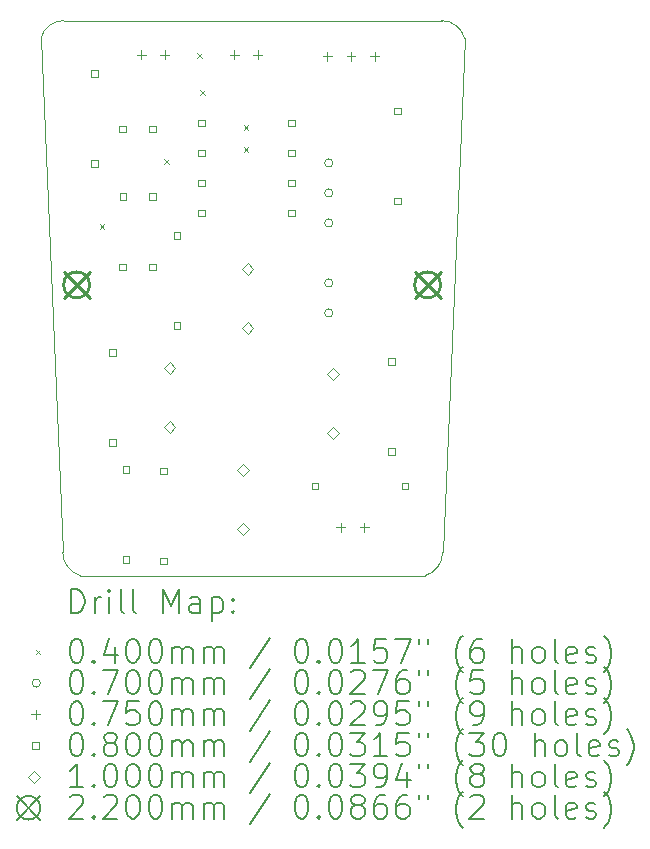
<source format=gbr>
%TF.GenerationSoftware,KiCad,Pcbnew,7.0.7*%
%TF.CreationDate,2023-09-20T21:46:06-04:00*%
%TF.ProjectId,DIYmic,4449596d-6963-42e6-9b69-6361645f7063,rev?*%
%TF.SameCoordinates,Original*%
%TF.FileFunction,Drillmap*%
%TF.FilePolarity,Positive*%
%FSLAX45Y45*%
G04 Gerber Fmt 4.5, Leading zero omitted, Abs format (unit mm)*
G04 Created by KiCad (PCBNEW 7.0.7) date 2023-09-20 21:46:06*
%MOMM*%
%LPD*%
G01*
G04 APERTURE LIST*
%ADD10C,0.100000*%
%ADD11C,0.200000*%
%ADD12C,0.040000*%
%ADD13C,0.070000*%
%ADD14C,0.075000*%
%ADD15C,0.080000*%
%ADD16C,0.220000*%
G04 APERTURE END LIST*
D10*
X5560000Y-8765000D02*
G75*
G03*
X5709613Y-8965011I208500J0D01*
G01*
X8627441Y-8964996D02*
G75*
G03*
X8777000Y-8765000I-58941J199996D01*
G01*
X8962050Y-4414617D02*
G75*
G03*
X8768500Y-4265000I-193550J-50383D01*
G01*
X5568500Y-4265000D02*
G75*
G03*
X5374892Y-4414842I0J-200000D01*
G01*
X8962050Y-4414617D02*
X8777000Y-8765000D01*
X7168500Y-8965000D02*
X8627441Y-8964996D01*
X5568500Y-4265000D02*
X8768500Y-4265000D01*
X7168500Y-8965000D02*
X5709613Y-8965012D01*
X5560000Y-8765000D02*
X5374892Y-4414842D01*
D11*
D12*
X5872800Y-5987100D02*
X5912800Y-6027100D01*
X5912800Y-5987100D02*
X5872800Y-6027100D01*
X6418900Y-5441000D02*
X6458900Y-5481000D01*
X6458900Y-5441000D02*
X6418900Y-5481000D01*
X6698300Y-4539300D02*
X6738300Y-4579300D01*
X6738300Y-4539300D02*
X6698300Y-4579300D01*
X6723700Y-4856800D02*
X6763700Y-4896800D01*
X6763700Y-4856800D02*
X6723700Y-4896800D01*
X7092000Y-5148900D02*
X7132000Y-5188900D01*
X7132000Y-5148900D02*
X7092000Y-5188900D01*
X7092000Y-5339400D02*
X7132000Y-5379400D01*
X7132000Y-5339400D02*
X7092000Y-5379400D01*
D13*
X7847350Y-5469950D02*
G75*
G03*
X7847350Y-5469950I-35000J0D01*
G01*
X7847350Y-5723950D02*
G75*
G03*
X7847350Y-5723950I-35000J0D01*
G01*
X7847350Y-5977950D02*
G75*
G03*
X7847350Y-5977950I-35000J0D01*
G01*
X7847350Y-6485950D02*
G75*
G03*
X7847350Y-6485950I-35000J0D01*
G01*
X7847350Y-6739950D02*
G75*
G03*
X7847350Y-6739950I-35000J0D01*
G01*
D14*
X6224600Y-4517600D02*
X6224600Y-4592600D01*
X6187100Y-4555100D02*
X6262100Y-4555100D01*
X6424600Y-4517600D02*
X6424600Y-4592600D01*
X6387100Y-4555100D02*
X6462100Y-4555100D01*
X7012000Y-4517600D02*
X7012000Y-4592600D01*
X6974500Y-4555100D02*
X7049500Y-4555100D01*
X7212000Y-4517600D02*
X7212000Y-4592600D01*
X7174500Y-4555100D02*
X7249500Y-4555100D01*
X7801000Y-4530300D02*
X7801000Y-4605300D01*
X7763500Y-4567800D02*
X7838500Y-4567800D01*
X7913700Y-8518100D02*
X7913700Y-8593100D01*
X7876200Y-8555600D02*
X7951200Y-8555600D01*
X8001000Y-4530300D02*
X8001000Y-4605300D01*
X7963500Y-4567800D02*
X8038500Y-4567800D01*
X8113700Y-8518100D02*
X8113700Y-8593100D01*
X8076200Y-8555600D02*
X8151200Y-8555600D01*
X8201000Y-4530300D02*
X8201000Y-4605300D01*
X8163500Y-4567800D02*
X8238500Y-4567800D01*
D15*
X5857584Y-4739985D02*
X5857584Y-4683416D01*
X5801015Y-4683416D01*
X5801015Y-4739985D01*
X5857584Y-4739985D01*
X5857584Y-5501985D02*
X5857584Y-5445416D01*
X5801015Y-5445416D01*
X5801015Y-5501985D01*
X5857584Y-5501985D01*
X6009984Y-7102184D02*
X6009984Y-7045615D01*
X5953415Y-7045615D01*
X5953415Y-7102184D01*
X6009984Y-7102184D01*
X6009984Y-7864184D02*
X6009984Y-7807615D01*
X5953415Y-7807615D01*
X5953415Y-7864184D01*
X6009984Y-7864184D01*
X6096396Y-5209885D02*
X6096396Y-5153316D01*
X6039827Y-5153316D01*
X6039827Y-5209885D01*
X6096396Y-5209885D01*
X6096396Y-6378284D02*
X6096396Y-6321715D01*
X6039827Y-6321715D01*
X6039827Y-6378284D01*
X6096396Y-6378284D01*
X6098884Y-5781384D02*
X6098884Y-5724815D01*
X6042315Y-5724815D01*
X6042315Y-5781384D01*
X6098884Y-5781384D01*
X6124284Y-8092784D02*
X6124284Y-8036215D01*
X6067715Y-8036215D01*
X6067715Y-8092784D01*
X6124284Y-8092784D01*
X6124284Y-8854785D02*
X6124284Y-8798216D01*
X6067715Y-8798216D01*
X6067715Y-8854785D01*
X6124284Y-8854785D01*
X6346396Y-5209885D02*
X6346396Y-5153316D01*
X6289827Y-5153316D01*
X6289827Y-5209885D01*
X6346396Y-5209885D01*
X6346396Y-6378284D02*
X6346396Y-6321715D01*
X6289827Y-6321715D01*
X6289827Y-6378284D01*
X6346396Y-6378284D01*
X6348884Y-5781384D02*
X6348884Y-5724815D01*
X6292315Y-5724815D01*
X6292315Y-5781384D01*
X6348884Y-5781384D01*
X6441784Y-8105484D02*
X6441784Y-8048915D01*
X6385215Y-8048915D01*
X6385215Y-8105484D01*
X6441784Y-8105484D01*
X6441784Y-8867485D02*
X6441784Y-8810916D01*
X6385215Y-8810916D01*
X6385215Y-8867485D01*
X6441784Y-8867485D01*
X6556084Y-6111584D02*
X6556084Y-6055015D01*
X6499515Y-6055015D01*
X6499515Y-6111584D01*
X6556084Y-6111584D01*
X6556084Y-6873584D02*
X6556084Y-6817015D01*
X6499515Y-6817015D01*
X6499515Y-6873584D01*
X6556084Y-6873584D01*
X6760284Y-5160085D02*
X6760284Y-5103516D01*
X6703715Y-5103516D01*
X6703715Y-5160085D01*
X6760284Y-5160085D01*
X6760284Y-5414085D02*
X6760284Y-5357516D01*
X6703715Y-5357516D01*
X6703715Y-5414085D01*
X6760284Y-5414085D01*
X6760284Y-5668084D02*
X6760284Y-5611515D01*
X6703715Y-5611515D01*
X6703715Y-5668084D01*
X6760284Y-5668084D01*
X6760284Y-5922084D02*
X6760284Y-5865515D01*
X6703715Y-5865515D01*
X6703715Y-5922084D01*
X6760284Y-5922084D01*
X7522284Y-5160085D02*
X7522284Y-5103516D01*
X7465715Y-5103516D01*
X7465715Y-5160085D01*
X7522284Y-5160085D01*
X7522284Y-5414085D02*
X7522284Y-5357516D01*
X7465715Y-5357516D01*
X7465715Y-5414085D01*
X7522284Y-5414085D01*
X7522284Y-5668084D02*
X7522284Y-5611515D01*
X7465715Y-5611515D01*
X7465715Y-5668084D01*
X7522284Y-5668084D01*
X7522284Y-5922084D02*
X7522284Y-5865515D01*
X7465715Y-5865515D01*
X7465715Y-5922084D01*
X7522284Y-5922084D01*
X7724484Y-8232484D02*
X7724484Y-8175915D01*
X7667915Y-8175915D01*
X7667915Y-8232484D01*
X7724484Y-8232484D01*
X8372184Y-7178384D02*
X8372184Y-7121815D01*
X8315615Y-7121815D01*
X8315615Y-7178384D01*
X8372184Y-7178384D01*
X8372184Y-7940384D02*
X8372184Y-7883815D01*
X8315615Y-7883815D01*
X8315615Y-7940384D01*
X8372184Y-7940384D01*
X8422985Y-5057485D02*
X8422985Y-5000916D01*
X8366415Y-5000916D01*
X8366415Y-5057485D01*
X8422985Y-5057485D01*
X8422985Y-5819484D02*
X8422985Y-5762915D01*
X8366415Y-5762915D01*
X8366415Y-5819484D01*
X8422985Y-5819484D01*
X8486485Y-8232484D02*
X8486485Y-8175915D01*
X8429916Y-8175915D01*
X8429916Y-8232484D01*
X8486485Y-8232484D01*
D10*
X6464300Y-7254900D02*
X6514300Y-7204900D01*
X6464300Y-7154900D01*
X6414300Y-7204900D01*
X6464300Y-7254900D01*
X6464300Y-7754900D02*
X6514300Y-7704900D01*
X6464300Y-7654900D01*
X6414300Y-7704900D01*
X6464300Y-7754900D01*
X7086600Y-8119032D02*
X7136600Y-8069032D01*
X7086600Y-8019032D01*
X7036600Y-8069032D01*
X7086600Y-8119032D01*
X7086600Y-8619032D02*
X7136600Y-8569032D01*
X7086600Y-8519032D01*
X7036600Y-8569032D01*
X7086600Y-8619032D01*
X7124700Y-6417232D02*
X7174700Y-6367232D01*
X7124700Y-6317232D01*
X7074700Y-6367232D01*
X7124700Y-6417232D01*
X7124700Y-6917232D02*
X7174700Y-6867232D01*
X7124700Y-6817232D01*
X7074700Y-6867232D01*
X7124700Y-6917232D01*
X7848600Y-7309700D02*
X7898600Y-7259700D01*
X7848600Y-7209700D01*
X7798600Y-7259700D01*
X7848600Y-7309700D01*
X7848600Y-7809700D02*
X7898600Y-7759700D01*
X7848600Y-7709700D01*
X7798600Y-7759700D01*
X7848600Y-7809700D01*
D16*
X5566900Y-6392400D02*
X5786900Y-6612400D01*
X5786900Y-6392400D02*
X5566900Y-6612400D01*
X5786900Y-6502400D02*
G75*
G03*
X5786900Y-6502400I-110000J0D01*
G01*
X8538700Y-6392400D02*
X8758700Y-6612400D01*
X8758700Y-6392400D02*
X8538700Y-6612400D01*
X8758700Y-6502400D02*
G75*
G03*
X8758700Y-6502400I-110000J0D01*
G01*
D11*
X5630668Y-9281495D02*
X5630668Y-9081495D01*
X5630668Y-9081495D02*
X5678287Y-9081495D01*
X5678287Y-9081495D02*
X5706859Y-9091019D01*
X5706859Y-9091019D02*
X5725906Y-9110067D01*
X5725906Y-9110067D02*
X5735430Y-9129114D01*
X5735430Y-9129114D02*
X5744954Y-9167210D01*
X5744954Y-9167210D02*
X5744954Y-9195781D01*
X5744954Y-9195781D02*
X5735430Y-9233876D01*
X5735430Y-9233876D02*
X5725906Y-9252924D01*
X5725906Y-9252924D02*
X5706859Y-9271972D01*
X5706859Y-9271972D02*
X5678287Y-9281495D01*
X5678287Y-9281495D02*
X5630668Y-9281495D01*
X5830668Y-9281495D02*
X5830668Y-9148162D01*
X5830668Y-9186257D02*
X5840192Y-9167210D01*
X5840192Y-9167210D02*
X5849716Y-9157686D01*
X5849716Y-9157686D02*
X5868764Y-9148162D01*
X5868764Y-9148162D02*
X5887811Y-9148162D01*
X5954478Y-9281495D02*
X5954478Y-9148162D01*
X5954478Y-9081495D02*
X5944954Y-9091019D01*
X5944954Y-9091019D02*
X5954478Y-9100543D01*
X5954478Y-9100543D02*
X5964002Y-9091019D01*
X5964002Y-9091019D02*
X5954478Y-9081495D01*
X5954478Y-9081495D02*
X5954478Y-9100543D01*
X6078287Y-9281495D02*
X6059240Y-9271972D01*
X6059240Y-9271972D02*
X6049716Y-9252924D01*
X6049716Y-9252924D02*
X6049716Y-9081495D01*
X6183049Y-9281495D02*
X6164002Y-9271972D01*
X6164002Y-9271972D02*
X6154478Y-9252924D01*
X6154478Y-9252924D02*
X6154478Y-9081495D01*
X6411621Y-9281495D02*
X6411621Y-9081495D01*
X6411621Y-9081495D02*
X6478287Y-9224352D01*
X6478287Y-9224352D02*
X6544954Y-9081495D01*
X6544954Y-9081495D02*
X6544954Y-9281495D01*
X6725906Y-9281495D02*
X6725906Y-9176733D01*
X6725906Y-9176733D02*
X6716383Y-9157686D01*
X6716383Y-9157686D02*
X6697335Y-9148162D01*
X6697335Y-9148162D02*
X6659240Y-9148162D01*
X6659240Y-9148162D02*
X6640192Y-9157686D01*
X6725906Y-9271972D02*
X6706859Y-9281495D01*
X6706859Y-9281495D02*
X6659240Y-9281495D01*
X6659240Y-9281495D02*
X6640192Y-9271972D01*
X6640192Y-9271972D02*
X6630668Y-9252924D01*
X6630668Y-9252924D02*
X6630668Y-9233876D01*
X6630668Y-9233876D02*
X6640192Y-9214829D01*
X6640192Y-9214829D02*
X6659240Y-9205305D01*
X6659240Y-9205305D02*
X6706859Y-9205305D01*
X6706859Y-9205305D02*
X6725906Y-9195781D01*
X6821145Y-9148162D02*
X6821145Y-9348162D01*
X6821145Y-9157686D02*
X6840192Y-9148162D01*
X6840192Y-9148162D02*
X6878287Y-9148162D01*
X6878287Y-9148162D02*
X6897335Y-9157686D01*
X6897335Y-9157686D02*
X6906859Y-9167210D01*
X6906859Y-9167210D02*
X6916383Y-9186257D01*
X6916383Y-9186257D02*
X6916383Y-9243400D01*
X6916383Y-9243400D02*
X6906859Y-9262448D01*
X6906859Y-9262448D02*
X6897335Y-9271972D01*
X6897335Y-9271972D02*
X6878287Y-9281495D01*
X6878287Y-9281495D02*
X6840192Y-9281495D01*
X6840192Y-9281495D02*
X6821145Y-9271972D01*
X7002097Y-9262448D02*
X7011621Y-9271972D01*
X7011621Y-9271972D02*
X7002097Y-9281495D01*
X7002097Y-9281495D02*
X6992573Y-9271972D01*
X6992573Y-9271972D02*
X7002097Y-9262448D01*
X7002097Y-9262448D02*
X7002097Y-9281495D01*
X7002097Y-9157686D02*
X7011621Y-9167210D01*
X7011621Y-9167210D02*
X7002097Y-9176733D01*
X7002097Y-9176733D02*
X6992573Y-9167210D01*
X6992573Y-9167210D02*
X7002097Y-9157686D01*
X7002097Y-9157686D02*
X7002097Y-9176733D01*
D12*
X5329892Y-9590012D02*
X5369892Y-9630012D01*
X5369892Y-9590012D02*
X5329892Y-9630012D01*
D11*
X5668764Y-9501495D02*
X5687811Y-9501495D01*
X5687811Y-9501495D02*
X5706859Y-9511019D01*
X5706859Y-9511019D02*
X5716383Y-9520543D01*
X5716383Y-9520543D02*
X5725906Y-9539591D01*
X5725906Y-9539591D02*
X5735430Y-9577686D01*
X5735430Y-9577686D02*
X5735430Y-9625305D01*
X5735430Y-9625305D02*
X5725906Y-9663400D01*
X5725906Y-9663400D02*
X5716383Y-9682448D01*
X5716383Y-9682448D02*
X5706859Y-9691972D01*
X5706859Y-9691972D02*
X5687811Y-9701495D01*
X5687811Y-9701495D02*
X5668764Y-9701495D01*
X5668764Y-9701495D02*
X5649716Y-9691972D01*
X5649716Y-9691972D02*
X5640192Y-9682448D01*
X5640192Y-9682448D02*
X5630668Y-9663400D01*
X5630668Y-9663400D02*
X5621145Y-9625305D01*
X5621145Y-9625305D02*
X5621145Y-9577686D01*
X5621145Y-9577686D02*
X5630668Y-9539591D01*
X5630668Y-9539591D02*
X5640192Y-9520543D01*
X5640192Y-9520543D02*
X5649716Y-9511019D01*
X5649716Y-9511019D02*
X5668764Y-9501495D01*
X5821145Y-9682448D02*
X5830668Y-9691972D01*
X5830668Y-9691972D02*
X5821145Y-9701495D01*
X5821145Y-9701495D02*
X5811621Y-9691972D01*
X5811621Y-9691972D02*
X5821145Y-9682448D01*
X5821145Y-9682448D02*
X5821145Y-9701495D01*
X6002097Y-9568162D02*
X6002097Y-9701495D01*
X5954478Y-9491972D02*
X5906859Y-9634829D01*
X5906859Y-9634829D02*
X6030668Y-9634829D01*
X6144954Y-9501495D02*
X6164002Y-9501495D01*
X6164002Y-9501495D02*
X6183049Y-9511019D01*
X6183049Y-9511019D02*
X6192573Y-9520543D01*
X6192573Y-9520543D02*
X6202097Y-9539591D01*
X6202097Y-9539591D02*
X6211621Y-9577686D01*
X6211621Y-9577686D02*
X6211621Y-9625305D01*
X6211621Y-9625305D02*
X6202097Y-9663400D01*
X6202097Y-9663400D02*
X6192573Y-9682448D01*
X6192573Y-9682448D02*
X6183049Y-9691972D01*
X6183049Y-9691972D02*
X6164002Y-9701495D01*
X6164002Y-9701495D02*
X6144954Y-9701495D01*
X6144954Y-9701495D02*
X6125906Y-9691972D01*
X6125906Y-9691972D02*
X6116383Y-9682448D01*
X6116383Y-9682448D02*
X6106859Y-9663400D01*
X6106859Y-9663400D02*
X6097335Y-9625305D01*
X6097335Y-9625305D02*
X6097335Y-9577686D01*
X6097335Y-9577686D02*
X6106859Y-9539591D01*
X6106859Y-9539591D02*
X6116383Y-9520543D01*
X6116383Y-9520543D02*
X6125906Y-9511019D01*
X6125906Y-9511019D02*
X6144954Y-9501495D01*
X6335430Y-9501495D02*
X6354478Y-9501495D01*
X6354478Y-9501495D02*
X6373526Y-9511019D01*
X6373526Y-9511019D02*
X6383049Y-9520543D01*
X6383049Y-9520543D02*
X6392573Y-9539591D01*
X6392573Y-9539591D02*
X6402097Y-9577686D01*
X6402097Y-9577686D02*
X6402097Y-9625305D01*
X6402097Y-9625305D02*
X6392573Y-9663400D01*
X6392573Y-9663400D02*
X6383049Y-9682448D01*
X6383049Y-9682448D02*
X6373526Y-9691972D01*
X6373526Y-9691972D02*
X6354478Y-9701495D01*
X6354478Y-9701495D02*
X6335430Y-9701495D01*
X6335430Y-9701495D02*
X6316383Y-9691972D01*
X6316383Y-9691972D02*
X6306859Y-9682448D01*
X6306859Y-9682448D02*
X6297335Y-9663400D01*
X6297335Y-9663400D02*
X6287811Y-9625305D01*
X6287811Y-9625305D02*
X6287811Y-9577686D01*
X6287811Y-9577686D02*
X6297335Y-9539591D01*
X6297335Y-9539591D02*
X6306859Y-9520543D01*
X6306859Y-9520543D02*
X6316383Y-9511019D01*
X6316383Y-9511019D02*
X6335430Y-9501495D01*
X6487811Y-9701495D02*
X6487811Y-9568162D01*
X6487811Y-9587210D02*
X6497335Y-9577686D01*
X6497335Y-9577686D02*
X6516383Y-9568162D01*
X6516383Y-9568162D02*
X6544954Y-9568162D01*
X6544954Y-9568162D02*
X6564002Y-9577686D01*
X6564002Y-9577686D02*
X6573526Y-9596733D01*
X6573526Y-9596733D02*
X6573526Y-9701495D01*
X6573526Y-9596733D02*
X6583049Y-9577686D01*
X6583049Y-9577686D02*
X6602097Y-9568162D01*
X6602097Y-9568162D02*
X6630668Y-9568162D01*
X6630668Y-9568162D02*
X6649716Y-9577686D01*
X6649716Y-9577686D02*
X6659240Y-9596733D01*
X6659240Y-9596733D02*
X6659240Y-9701495D01*
X6754478Y-9701495D02*
X6754478Y-9568162D01*
X6754478Y-9587210D02*
X6764002Y-9577686D01*
X6764002Y-9577686D02*
X6783049Y-9568162D01*
X6783049Y-9568162D02*
X6811621Y-9568162D01*
X6811621Y-9568162D02*
X6830668Y-9577686D01*
X6830668Y-9577686D02*
X6840192Y-9596733D01*
X6840192Y-9596733D02*
X6840192Y-9701495D01*
X6840192Y-9596733D02*
X6849716Y-9577686D01*
X6849716Y-9577686D02*
X6868764Y-9568162D01*
X6868764Y-9568162D02*
X6897335Y-9568162D01*
X6897335Y-9568162D02*
X6916383Y-9577686D01*
X6916383Y-9577686D02*
X6925907Y-9596733D01*
X6925907Y-9596733D02*
X6925907Y-9701495D01*
X7316383Y-9491972D02*
X7144954Y-9749114D01*
X7573526Y-9501495D02*
X7592573Y-9501495D01*
X7592573Y-9501495D02*
X7611621Y-9511019D01*
X7611621Y-9511019D02*
X7621145Y-9520543D01*
X7621145Y-9520543D02*
X7630669Y-9539591D01*
X7630669Y-9539591D02*
X7640192Y-9577686D01*
X7640192Y-9577686D02*
X7640192Y-9625305D01*
X7640192Y-9625305D02*
X7630669Y-9663400D01*
X7630669Y-9663400D02*
X7621145Y-9682448D01*
X7621145Y-9682448D02*
X7611621Y-9691972D01*
X7611621Y-9691972D02*
X7592573Y-9701495D01*
X7592573Y-9701495D02*
X7573526Y-9701495D01*
X7573526Y-9701495D02*
X7554478Y-9691972D01*
X7554478Y-9691972D02*
X7544954Y-9682448D01*
X7544954Y-9682448D02*
X7535430Y-9663400D01*
X7535430Y-9663400D02*
X7525907Y-9625305D01*
X7525907Y-9625305D02*
X7525907Y-9577686D01*
X7525907Y-9577686D02*
X7535430Y-9539591D01*
X7535430Y-9539591D02*
X7544954Y-9520543D01*
X7544954Y-9520543D02*
X7554478Y-9511019D01*
X7554478Y-9511019D02*
X7573526Y-9501495D01*
X7725907Y-9682448D02*
X7735430Y-9691972D01*
X7735430Y-9691972D02*
X7725907Y-9701495D01*
X7725907Y-9701495D02*
X7716383Y-9691972D01*
X7716383Y-9691972D02*
X7725907Y-9682448D01*
X7725907Y-9682448D02*
X7725907Y-9701495D01*
X7859240Y-9501495D02*
X7878288Y-9501495D01*
X7878288Y-9501495D02*
X7897335Y-9511019D01*
X7897335Y-9511019D02*
X7906859Y-9520543D01*
X7906859Y-9520543D02*
X7916383Y-9539591D01*
X7916383Y-9539591D02*
X7925907Y-9577686D01*
X7925907Y-9577686D02*
X7925907Y-9625305D01*
X7925907Y-9625305D02*
X7916383Y-9663400D01*
X7916383Y-9663400D02*
X7906859Y-9682448D01*
X7906859Y-9682448D02*
X7897335Y-9691972D01*
X7897335Y-9691972D02*
X7878288Y-9701495D01*
X7878288Y-9701495D02*
X7859240Y-9701495D01*
X7859240Y-9701495D02*
X7840192Y-9691972D01*
X7840192Y-9691972D02*
X7830669Y-9682448D01*
X7830669Y-9682448D02*
X7821145Y-9663400D01*
X7821145Y-9663400D02*
X7811621Y-9625305D01*
X7811621Y-9625305D02*
X7811621Y-9577686D01*
X7811621Y-9577686D02*
X7821145Y-9539591D01*
X7821145Y-9539591D02*
X7830669Y-9520543D01*
X7830669Y-9520543D02*
X7840192Y-9511019D01*
X7840192Y-9511019D02*
X7859240Y-9501495D01*
X8116383Y-9701495D02*
X8002097Y-9701495D01*
X8059240Y-9701495D02*
X8059240Y-9501495D01*
X8059240Y-9501495D02*
X8040192Y-9530067D01*
X8040192Y-9530067D02*
X8021145Y-9549114D01*
X8021145Y-9549114D02*
X8002097Y-9558638D01*
X8297335Y-9501495D02*
X8202097Y-9501495D01*
X8202097Y-9501495D02*
X8192573Y-9596733D01*
X8192573Y-9596733D02*
X8202097Y-9587210D01*
X8202097Y-9587210D02*
X8221145Y-9577686D01*
X8221145Y-9577686D02*
X8268764Y-9577686D01*
X8268764Y-9577686D02*
X8287811Y-9587210D01*
X8287811Y-9587210D02*
X8297335Y-9596733D01*
X8297335Y-9596733D02*
X8306859Y-9615781D01*
X8306859Y-9615781D02*
X8306859Y-9663400D01*
X8306859Y-9663400D02*
X8297335Y-9682448D01*
X8297335Y-9682448D02*
X8287811Y-9691972D01*
X8287811Y-9691972D02*
X8268764Y-9701495D01*
X8268764Y-9701495D02*
X8221145Y-9701495D01*
X8221145Y-9701495D02*
X8202097Y-9691972D01*
X8202097Y-9691972D02*
X8192573Y-9682448D01*
X8373526Y-9501495D02*
X8506859Y-9501495D01*
X8506859Y-9501495D02*
X8421145Y-9701495D01*
X8573526Y-9501495D02*
X8573526Y-9539591D01*
X8649716Y-9501495D02*
X8649716Y-9539591D01*
X8944955Y-9777686D02*
X8935431Y-9768162D01*
X8935431Y-9768162D02*
X8916383Y-9739591D01*
X8916383Y-9739591D02*
X8906859Y-9720543D01*
X8906859Y-9720543D02*
X8897335Y-9691972D01*
X8897335Y-9691972D02*
X8887812Y-9644352D01*
X8887812Y-9644352D02*
X8887812Y-9606257D01*
X8887812Y-9606257D02*
X8897335Y-9558638D01*
X8897335Y-9558638D02*
X8906859Y-9530067D01*
X8906859Y-9530067D02*
X8916383Y-9511019D01*
X8916383Y-9511019D02*
X8935431Y-9482448D01*
X8935431Y-9482448D02*
X8944955Y-9472924D01*
X9106859Y-9501495D02*
X9068764Y-9501495D01*
X9068764Y-9501495D02*
X9049716Y-9511019D01*
X9049716Y-9511019D02*
X9040193Y-9520543D01*
X9040193Y-9520543D02*
X9021145Y-9549114D01*
X9021145Y-9549114D02*
X9011621Y-9587210D01*
X9011621Y-9587210D02*
X9011621Y-9663400D01*
X9011621Y-9663400D02*
X9021145Y-9682448D01*
X9021145Y-9682448D02*
X9030669Y-9691972D01*
X9030669Y-9691972D02*
X9049716Y-9701495D01*
X9049716Y-9701495D02*
X9087812Y-9701495D01*
X9087812Y-9701495D02*
X9106859Y-9691972D01*
X9106859Y-9691972D02*
X9116383Y-9682448D01*
X9116383Y-9682448D02*
X9125907Y-9663400D01*
X9125907Y-9663400D02*
X9125907Y-9615781D01*
X9125907Y-9615781D02*
X9116383Y-9596733D01*
X9116383Y-9596733D02*
X9106859Y-9587210D01*
X9106859Y-9587210D02*
X9087812Y-9577686D01*
X9087812Y-9577686D02*
X9049716Y-9577686D01*
X9049716Y-9577686D02*
X9030669Y-9587210D01*
X9030669Y-9587210D02*
X9021145Y-9596733D01*
X9021145Y-9596733D02*
X9011621Y-9615781D01*
X9364002Y-9701495D02*
X9364002Y-9501495D01*
X9449716Y-9701495D02*
X9449716Y-9596733D01*
X9449716Y-9596733D02*
X9440193Y-9577686D01*
X9440193Y-9577686D02*
X9421145Y-9568162D01*
X9421145Y-9568162D02*
X9392574Y-9568162D01*
X9392574Y-9568162D02*
X9373526Y-9577686D01*
X9373526Y-9577686D02*
X9364002Y-9587210D01*
X9573526Y-9701495D02*
X9554478Y-9691972D01*
X9554478Y-9691972D02*
X9544955Y-9682448D01*
X9544955Y-9682448D02*
X9535431Y-9663400D01*
X9535431Y-9663400D02*
X9535431Y-9606257D01*
X9535431Y-9606257D02*
X9544955Y-9587210D01*
X9544955Y-9587210D02*
X9554478Y-9577686D01*
X9554478Y-9577686D02*
X9573526Y-9568162D01*
X9573526Y-9568162D02*
X9602097Y-9568162D01*
X9602097Y-9568162D02*
X9621145Y-9577686D01*
X9621145Y-9577686D02*
X9630669Y-9587210D01*
X9630669Y-9587210D02*
X9640193Y-9606257D01*
X9640193Y-9606257D02*
X9640193Y-9663400D01*
X9640193Y-9663400D02*
X9630669Y-9682448D01*
X9630669Y-9682448D02*
X9621145Y-9691972D01*
X9621145Y-9691972D02*
X9602097Y-9701495D01*
X9602097Y-9701495D02*
X9573526Y-9701495D01*
X9754478Y-9701495D02*
X9735431Y-9691972D01*
X9735431Y-9691972D02*
X9725907Y-9672924D01*
X9725907Y-9672924D02*
X9725907Y-9501495D01*
X9906859Y-9691972D02*
X9887812Y-9701495D01*
X9887812Y-9701495D02*
X9849716Y-9701495D01*
X9849716Y-9701495D02*
X9830669Y-9691972D01*
X9830669Y-9691972D02*
X9821145Y-9672924D01*
X9821145Y-9672924D02*
X9821145Y-9596733D01*
X9821145Y-9596733D02*
X9830669Y-9577686D01*
X9830669Y-9577686D02*
X9849716Y-9568162D01*
X9849716Y-9568162D02*
X9887812Y-9568162D01*
X9887812Y-9568162D02*
X9906859Y-9577686D01*
X9906859Y-9577686D02*
X9916383Y-9596733D01*
X9916383Y-9596733D02*
X9916383Y-9615781D01*
X9916383Y-9615781D02*
X9821145Y-9634829D01*
X9992574Y-9691972D02*
X10011621Y-9701495D01*
X10011621Y-9701495D02*
X10049716Y-9701495D01*
X10049716Y-9701495D02*
X10068764Y-9691972D01*
X10068764Y-9691972D02*
X10078288Y-9672924D01*
X10078288Y-9672924D02*
X10078288Y-9663400D01*
X10078288Y-9663400D02*
X10068764Y-9644352D01*
X10068764Y-9644352D02*
X10049716Y-9634829D01*
X10049716Y-9634829D02*
X10021145Y-9634829D01*
X10021145Y-9634829D02*
X10002097Y-9625305D01*
X10002097Y-9625305D02*
X9992574Y-9606257D01*
X9992574Y-9606257D02*
X9992574Y-9596733D01*
X9992574Y-9596733D02*
X10002097Y-9577686D01*
X10002097Y-9577686D02*
X10021145Y-9568162D01*
X10021145Y-9568162D02*
X10049716Y-9568162D01*
X10049716Y-9568162D02*
X10068764Y-9577686D01*
X10144955Y-9777686D02*
X10154478Y-9768162D01*
X10154478Y-9768162D02*
X10173526Y-9739591D01*
X10173526Y-9739591D02*
X10183050Y-9720543D01*
X10183050Y-9720543D02*
X10192574Y-9691972D01*
X10192574Y-9691972D02*
X10202097Y-9644352D01*
X10202097Y-9644352D02*
X10202097Y-9606257D01*
X10202097Y-9606257D02*
X10192574Y-9558638D01*
X10192574Y-9558638D02*
X10183050Y-9530067D01*
X10183050Y-9530067D02*
X10173526Y-9511019D01*
X10173526Y-9511019D02*
X10154478Y-9482448D01*
X10154478Y-9482448D02*
X10144955Y-9472924D01*
D13*
X5369892Y-9874012D02*
G75*
G03*
X5369892Y-9874012I-35000J0D01*
G01*
D11*
X5668764Y-9765495D02*
X5687811Y-9765495D01*
X5687811Y-9765495D02*
X5706859Y-9775019D01*
X5706859Y-9775019D02*
X5716383Y-9784543D01*
X5716383Y-9784543D02*
X5725906Y-9803591D01*
X5725906Y-9803591D02*
X5735430Y-9841686D01*
X5735430Y-9841686D02*
X5735430Y-9889305D01*
X5735430Y-9889305D02*
X5725906Y-9927400D01*
X5725906Y-9927400D02*
X5716383Y-9946448D01*
X5716383Y-9946448D02*
X5706859Y-9955972D01*
X5706859Y-9955972D02*
X5687811Y-9965495D01*
X5687811Y-9965495D02*
X5668764Y-9965495D01*
X5668764Y-9965495D02*
X5649716Y-9955972D01*
X5649716Y-9955972D02*
X5640192Y-9946448D01*
X5640192Y-9946448D02*
X5630668Y-9927400D01*
X5630668Y-9927400D02*
X5621145Y-9889305D01*
X5621145Y-9889305D02*
X5621145Y-9841686D01*
X5621145Y-9841686D02*
X5630668Y-9803591D01*
X5630668Y-9803591D02*
X5640192Y-9784543D01*
X5640192Y-9784543D02*
X5649716Y-9775019D01*
X5649716Y-9775019D02*
X5668764Y-9765495D01*
X5821145Y-9946448D02*
X5830668Y-9955972D01*
X5830668Y-9955972D02*
X5821145Y-9965495D01*
X5821145Y-9965495D02*
X5811621Y-9955972D01*
X5811621Y-9955972D02*
X5821145Y-9946448D01*
X5821145Y-9946448D02*
X5821145Y-9965495D01*
X5897335Y-9765495D02*
X6030668Y-9765495D01*
X6030668Y-9765495D02*
X5944954Y-9965495D01*
X6144954Y-9765495D02*
X6164002Y-9765495D01*
X6164002Y-9765495D02*
X6183049Y-9775019D01*
X6183049Y-9775019D02*
X6192573Y-9784543D01*
X6192573Y-9784543D02*
X6202097Y-9803591D01*
X6202097Y-9803591D02*
X6211621Y-9841686D01*
X6211621Y-9841686D02*
X6211621Y-9889305D01*
X6211621Y-9889305D02*
X6202097Y-9927400D01*
X6202097Y-9927400D02*
X6192573Y-9946448D01*
X6192573Y-9946448D02*
X6183049Y-9955972D01*
X6183049Y-9955972D02*
X6164002Y-9965495D01*
X6164002Y-9965495D02*
X6144954Y-9965495D01*
X6144954Y-9965495D02*
X6125906Y-9955972D01*
X6125906Y-9955972D02*
X6116383Y-9946448D01*
X6116383Y-9946448D02*
X6106859Y-9927400D01*
X6106859Y-9927400D02*
X6097335Y-9889305D01*
X6097335Y-9889305D02*
X6097335Y-9841686D01*
X6097335Y-9841686D02*
X6106859Y-9803591D01*
X6106859Y-9803591D02*
X6116383Y-9784543D01*
X6116383Y-9784543D02*
X6125906Y-9775019D01*
X6125906Y-9775019D02*
X6144954Y-9765495D01*
X6335430Y-9765495D02*
X6354478Y-9765495D01*
X6354478Y-9765495D02*
X6373526Y-9775019D01*
X6373526Y-9775019D02*
X6383049Y-9784543D01*
X6383049Y-9784543D02*
X6392573Y-9803591D01*
X6392573Y-9803591D02*
X6402097Y-9841686D01*
X6402097Y-9841686D02*
X6402097Y-9889305D01*
X6402097Y-9889305D02*
X6392573Y-9927400D01*
X6392573Y-9927400D02*
X6383049Y-9946448D01*
X6383049Y-9946448D02*
X6373526Y-9955972D01*
X6373526Y-9955972D02*
X6354478Y-9965495D01*
X6354478Y-9965495D02*
X6335430Y-9965495D01*
X6335430Y-9965495D02*
X6316383Y-9955972D01*
X6316383Y-9955972D02*
X6306859Y-9946448D01*
X6306859Y-9946448D02*
X6297335Y-9927400D01*
X6297335Y-9927400D02*
X6287811Y-9889305D01*
X6287811Y-9889305D02*
X6287811Y-9841686D01*
X6287811Y-9841686D02*
X6297335Y-9803591D01*
X6297335Y-9803591D02*
X6306859Y-9784543D01*
X6306859Y-9784543D02*
X6316383Y-9775019D01*
X6316383Y-9775019D02*
X6335430Y-9765495D01*
X6487811Y-9965495D02*
X6487811Y-9832162D01*
X6487811Y-9851210D02*
X6497335Y-9841686D01*
X6497335Y-9841686D02*
X6516383Y-9832162D01*
X6516383Y-9832162D02*
X6544954Y-9832162D01*
X6544954Y-9832162D02*
X6564002Y-9841686D01*
X6564002Y-9841686D02*
X6573526Y-9860733D01*
X6573526Y-9860733D02*
X6573526Y-9965495D01*
X6573526Y-9860733D02*
X6583049Y-9841686D01*
X6583049Y-9841686D02*
X6602097Y-9832162D01*
X6602097Y-9832162D02*
X6630668Y-9832162D01*
X6630668Y-9832162D02*
X6649716Y-9841686D01*
X6649716Y-9841686D02*
X6659240Y-9860733D01*
X6659240Y-9860733D02*
X6659240Y-9965495D01*
X6754478Y-9965495D02*
X6754478Y-9832162D01*
X6754478Y-9851210D02*
X6764002Y-9841686D01*
X6764002Y-9841686D02*
X6783049Y-9832162D01*
X6783049Y-9832162D02*
X6811621Y-9832162D01*
X6811621Y-9832162D02*
X6830668Y-9841686D01*
X6830668Y-9841686D02*
X6840192Y-9860733D01*
X6840192Y-9860733D02*
X6840192Y-9965495D01*
X6840192Y-9860733D02*
X6849716Y-9841686D01*
X6849716Y-9841686D02*
X6868764Y-9832162D01*
X6868764Y-9832162D02*
X6897335Y-9832162D01*
X6897335Y-9832162D02*
X6916383Y-9841686D01*
X6916383Y-9841686D02*
X6925907Y-9860733D01*
X6925907Y-9860733D02*
X6925907Y-9965495D01*
X7316383Y-9755972D02*
X7144954Y-10013114D01*
X7573526Y-9765495D02*
X7592573Y-9765495D01*
X7592573Y-9765495D02*
X7611621Y-9775019D01*
X7611621Y-9775019D02*
X7621145Y-9784543D01*
X7621145Y-9784543D02*
X7630669Y-9803591D01*
X7630669Y-9803591D02*
X7640192Y-9841686D01*
X7640192Y-9841686D02*
X7640192Y-9889305D01*
X7640192Y-9889305D02*
X7630669Y-9927400D01*
X7630669Y-9927400D02*
X7621145Y-9946448D01*
X7621145Y-9946448D02*
X7611621Y-9955972D01*
X7611621Y-9955972D02*
X7592573Y-9965495D01*
X7592573Y-9965495D02*
X7573526Y-9965495D01*
X7573526Y-9965495D02*
X7554478Y-9955972D01*
X7554478Y-9955972D02*
X7544954Y-9946448D01*
X7544954Y-9946448D02*
X7535430Y-9927400D01*
X7535430Y-9927400D02*
X7525907Y-9889305D01*
X7525907Y-9889305D02*
X7525907Y-9841686D01*
X7525907Y-9841686D02*
X7535430Y-9803591D01*
X7535430Y-9803591D02*
X7544954Y-9784543D01*
X7544954Y-9784543D02*
X7554478Y-9775019D01*
X7554478Y-9775019D02*
X7573526Y-9765495D01*
X7725907Y-9946448D02*
X7735430Y-9955972D01*
X7735430Y-9955972D02*
X7725907Y-9965495D01*
X7725907Y-9965495D02*
X7716383Y-9955972D01*
X7716383Y-9955972D02*
X7725907Y-9946448D01*
X7725907Y-9946448D02*
X7725907Y-9965495D01*
X7859240Y-9765495D02*
X7878288Y-9765495D01*
X7878288Y-9765495D02*
X7897335Y-9775019D01*
X7897335Y-9775019D02*
X7906859Y-9784543D01*
X7906859Y-9784543D02*
X7916383Y-9803591D01*
X7916383Y-9803591D02*
X7925907Y-9841686D01*
X7925907Y-9841686D02*
X7925907Y-9889305D01*
X7925907Y-9889305D02*
X7916383Y-9927400D01*
X7916383Y-9927400D02*
X7906859Y-9946448D01*
X7906859Y-9946448D02*
X7897335Y-9955972D01*
X7897335Y-9955972D02*
X7878288Y-9965495D01*
X7878288Y-9965495D02*
X7859240Y-9965495D01*
X7859240Y-9965495D02*
X7840192Y-9955972D01*
X7840192Y-9955972D02*
X7830669Y-9946448D01*
X7830669Y-9946448D02*
X7821145Y-9927400D01*
X7821145Y-9927400D02*
X7811621Y-9889305D01*
X7811621Y-9889305D02*
X7811621Y-9841686D01*
X7811621Y-9841686D02*
X7821145Y-9803591D01*
X7821145Y-9803591D02*
X7830669Y-9784543D01*
X7830669Y-9784543D02*
X7840192Y-9775019D01*
X7840192Y-9775019D02*
X7859240Y-9765495D01*
X8002097Y-9784543D02*
X8011621Y-9775019D01*
X8011621Y-9775019D02*
X8030669Y-9765495D01*
X8030669Y-9765495D02*
X8078288Y-9765495D01*
X8078288Y-9765495D02*
X8097335Y-9775019D01*
X8097335Y-9775019D02*
X8106859Y-9784543D01*
X8106859Y-9784543D02*
X8116383Y-9803591D01*
X8116383Y-9803591D02*
X8116383Y-9822638D01*
X8116383Y-9822638D02*
X8106859Y-9851210D01*
X8106859Y-9851210D02*
X7992573Y-9965495D01*
X7992573Y-9965495D02*
X8116383Y-9965495D01*
X8183050Y-9765495D02*
X8316383Y-9765495D01*
X8316383Y-9765495D02*
X8230669Y-9965495D01*
X8478288Y-9765495D02*
X8440192Y-9765495D01*
X8440192Y-9765495D02*
X8421145Y-9775019D01*
X8421145Y-9775019D02*
X8411621Y-9784543D01*
X8411621Y-9784543D02*
X8392573Y-9813114D01*
X8392573Y-9813114D02*
X8383050Y-9851210D01*
X8383050Y-9851210D02*
X8383050Y-9927400D01*
X8383050Y-9927400D02*
X8392573Y-9946448D01*
X8392573Y-9946448D02*
X8402097Y-9955972D01*
X8402097Y-9955972D02*
X8421145Y-9965495D01*
X8421145Y-9965495D02*
X8459240Y-9965495D01*
X8459240Y-9965495D02*
X8478288Y-9955972D01*
X8478288Y-9955972D02*
X8487812Y-9946448D01*
X8487812Y-9946448D02*
X8497335Y-9927400D01*
X8497335Y-9927400D02*
X8497335Y-9879781D01*
X8497335Y-9879781D02*
X8487812Y-9860733D01*
X8487812Y-9860733D02*
X8478288Y-9851210D01*
X8478288Y-9851210D02*
X8459240Y-9841686D01*
X8459240Y-9841686D02*
X8421145Y-9841686D01*
X8421145Y-9841686D02*
X8402097Y-9851210D01*
X8402097Y-9851210D02*
X8392573Y-9860733D01*
X8392573Y-9860733D02*
X8383050Y-9879781D01*
X8573526Y-9765495D02*
X8573526Y-9803591D01*
X8649716Y-9765495D02*
X8649716Y-9803591D01*
X8944955Y-10041686D02*
X8935431Y-10032162D01*
X8935431Y-10032162D02*
X8916383Y-10003591D01*
X8916383Y-10003591D02*
X8906859Y-9984543D01*
X8906859Y-9984543D02*
X8897335Y-9955972D01*
X8897335Y-9955972D02*
X8887812Y-9908352D01*
X8887812Y-9908352D02*
X8887812Y-9870257D01*
X8887812Y-9870257D02*
X8897335Y-9822638D01*
X8897335Y-9822638D02*
X8906859Y-9794067D01*
X8906859Y-9794067D02*
X8916383Y-9775019D01*
X8916383Y-9775019D02*
X8935431Y-9746448D01*
X8935431Y-9746448D02*
X8944955Y-9736924D01*
X9116383Y-9765495D02*
X9021145Y-9765495D01*
X9021145Y-9765495D02*
X9011621Y-9860733D01*
X9011621Y-9860733D02*
X9021145Y-9851210D01*
X9021145Y-9851210D02*
X9040193Y-9841686D01*
X9040193Y-9841686D02*
X9087812Y-9841686D01*
X9087812Y-9841686D02*
X9106859Y-9851210D01*
X9106859Y-9851210D02*
X9116383Y-9860733D01*
X9116383Y-9860733D02*
X9125907Y-9879781D01*
X9125907Y-9879781D02*
X9125907Y-9927400D01*
X9125907Y-9927400D02*
X9116383Y-9946448D01*
X9116383Y-9946448D02*
X9106859Y-9955972D01*
X9106859Y-9955972D02*
X9087812Y-9965495D01*
X9087812Y-9965495D02*
X9040193Y-9965495D01*
X9040193Y-9965495D02*
X9021145Y-9955972D01*
X9021145Y-9955972D02*
X9011621Y-9946448D01*
X9364002Y-9965495D02*
X9364002Y-9765495D01*
X9449716Y-9965495D02*
X9449716Y-9860733D01*
X9449716Y-9860733D02*
X9440193Y-9841686D01*
X9440193Y-9841686D02*
X9421145Y-9832162D01*
X9421145Y-9832162D02*
X9392574Y-9832162D01*
X9392574Y-9832162D02*
X9373526Y-9841686D01*
X9373526Y-9841686D02*
X9364002Y-9851210D01*
X9573526Y-9965495D02*
X9554478Y-9955972D01*
X9554478Y-9955972D02*
X9544955Y-9946448D01*
X9544955Y-9946448D02*
X9535431Y-9927400D01*
X9535431Y-9927400D02*
X9535431Y-9870257D01*
X9535431Y-9870257D02*
X9544955Y-9851210D01*
X9544955Y-9851210D02*
X9554478Y-9841686D01*
X9554478Y-9841686D02*
X9573526Y-9832162D01*
X9573526Y-9832162D02*
X9602097Y-9832162D01*
X9602097Y-9832162D02*
X9621145Y-9841686D01*
X9621145Y-9841686D02*
X9630669Y-9851210D01*
X9630669Y-9851210D02*
X9640193Y-9870257D01*
X9640193Y-9870257D02*
X9640193Y-9927400D01*
X9640193Y-9927400D02*
X9630669Y-9946448D01*
X9630669Y-9946448D02*
X9621145Y-9955972D01*
X9621145Y-9955972D02*
X9602097Y-9965495D01*
X9602097Y-9965495D02*
X9573526Y-9965495D01*
X9754478Y-9965495D02*
X9735431Y-9955972D01*
X9735431Y-9955972D02*
X9725907Y-9936924D01*
X9725907Y-9936924D02*
X9725907Y-9765495D01*
X9906859Y-9955972D02*
X9887812Y-9965495D01*
X9887812Y-9965495D02*
X9849716Y-9965495D01*
X9849716Y-9965495D02*
X9830669Y-9955972D01*
X9830669Y-9955972D02*
X9821145Y-9936924D01*
X9821145Y-9936924D02*
X9821145Y-9860733D01*
X9821145Y-9860733D02*
X9830669Y-9841686D01*
X9830669Y-9841686D02*
X9849716Y-9832162D01*
X9849716Y-9832162D02*
X9887812Y-9832162D01*
X9887812Y-9832162D02*
X9906859Y-9841686D01*
X9906859Y-9841686D02*
X9916383Y-9860733D01*
X9916383Y-9860733D02*
X9916383Y-9879781D01*
X9916383Y-9879781D02*
X9821145Y-9898829D01*
X9992574Y-9955972D02*
X10011621Y-9965495D01*
X10011621Y-9965495D02*
X10049716Y-9965495D01*
X10049716Y-9965495D02*
X10068764Y-9955972D01*
X10068764Y-9955972D02*
X10078288Y-9936924D01*
X10078288Y-9936924D02*
X10078288Y-9927400D01*
X10078288Y-9927400D02*
X10068764Y-9908352D01*
X10068764Y-9908352D02*
X10049716Y-9898829D01*
X10049716Y-9898829D02*
X10021145Y-9898829D01*
X10021145Y-9898829D02*
X10002097Y-9889305D01*
X10002097Y-9889305D02*
X9992574Y-9870257D01*
X9992574Y-9870257D02*
X9992574Y-9860733D01*
X9992574Y-9860733D02*
X10002097Y-9841686D01*
X10002097Y-9841686D02*
X10021145Y-9832162D01*
X10021145Y-9832162D02*
X10049716Y-9832162D01*
X10049716Y-9832162D02*
X10068764Y-9841686D01*
X10144955Y-10041686D02*
X10154478Y-10032162D01*
X10154478Y-10032162D02*
X10173526Y-10003591D01*
X10173526Y-10003591D02*
X10183050Y-9984543D01*
X10183050Y-9984543D02*
X10192574Y-9955972D01*
X10192574Y-9955972D02*
X10202097Y-9908352D01*
X10202097Y-9908352D02*
X10202097Y-9870257D01*
X10202097Y-9870257D02*
X10192574Y-9822638D01*
X10192574Y-9822638D02*
X10183050Y-9794067D01*
X10183050Y-9794067D02*
X10173526Y-9775019D01*
X10173526Y-9775019D02*
X10154478Y-9746448D01*
X10154478Y-9746448D02*
X10144955Y-9736924D01*
D14*
X5332392Y-10100512D02*
X5332392Y-10175512D01*
X5294892Y-10138012D02*
X5369892Y-10138012D01*
D11*
X5668764Y-10029495D02*
X5687811Y-10029495D01*
X5687811Y-10029495D02*
X5706859Y-10039019D01*
X5706859Y-10039019D02*
X5716383Y-10048543D01*
X5716383Y-10048543D02*
X5725906Y-10067591D01*
X5725906Y-10067591D02*
X5735430Y-10105686D01*
X5735430Y-10105686D02*
X5735430Y-10153305D01*
X5735430Y-10153305D02*
X5725906Y-10191400D01*
X5725906Y-10191400D02*
X5716383Y-10210448D01*
X5716383Y-10210448D02*
X5706859Y-10219972D01*
X5706859Y-10219972D02*
X5687811Y-10229495D01*
X5687811Y-10229495D02*
X5668764Y-10229495D01*
X5668764Y-10229495D02*
X5649716Y-10219972D01*
X5649716Y-10219972D02*
X5640192Y-10210448D01*
X5640192Y-10210448D02*
X5630668Y-10191400D01*
X5630668Y-10191400D02*
X5621145Y-10153305D01*
X5621145Y-10153305D02*
X5621145Y-10105686D01*
X5621145Y-10105686D02*
X5630668Y-10067591D01*
X5630668Y-10067591D02*
X5640192Y-10048543D01*
X5640192Y-10048543D02*
X5649716Y-10039019D01*
X5649716Y-10039019D02*
X5668764Y-10029495D01*
X5821145Y-10210448D02*
X5830668Y-10219972D01*
X5830668Y-10219972D02*
X5821145Y-10229495D01*
X5821145Y-10229495D02*
X5811621Y-10219972D01*
X5811621Y-10219972D02*
X5821145Y-10210448D01*
X5821145Y-10210448D02*
X5821145Y-10229495D01*
X5897335Y-10029495D02*
X6030668Y-10029495D01*
X6030668Y-10029495D02*
X5944954Y-10229495D01*
X6202097Y-10029495D02*
X6106859Y-10029495D01*
X6106859Y-10029495D02*
X6097335Y-10124733D01*
X6097335Y-10124733D02*
X6106859Y-10115210D01*
X6106859Y-10115210D02*
X6125906Y-10105686D01*
X6125906Y-10105686D02*
X6173526Y-10105686D01*
X6173526Y-10105686D02*
X6192573Y-10115210D01*
X6192573Y-10115210D02*
X6202097Y-10124733D01*
X6202097Y-10124733D02*
X6211621Y-10143781D01*
X6211621Y-10143781D02*
X6211621Y-10191400D01*
X6211621Y-10191400D02*
X6202097Y-10210448D01*
X6202097Y-10210448D02*
X6192573Y-10219972D01*
X6192573Y-10219972D02*
X6173526Y-10229495D01*
X6173526Y-10229495D02*
X6125906Y-10229495D01*
X6125906Y-10229495D02*
X6106859Y-10219972D01*
X6106859Y-10219972D02*
X6097335Y-10210448D01*
X6335430Y-10029495D02*
X6354478Y-10029495D01*
X6354478Y-10029495D02*
X6373526Y-10039019D01*
X6373526Y-10039019D02*
X6383049Y-10048543D01*
X6383049Y-10048543D02*
X6392573Y-10067591D01*
X6392573Y-10067591D02*
X6402097Y-10105686D01*
X6402097Y-10105686D02*
X6402097Y-10153305D01*
X6402097Y-10153305D02*
X6392573Y-10191400D01*
X6392573Y-10191400D02*
X6383049Y-10210448D01*
X6383049Y-10210448D02*
X6373526Y-10219972D01*
X6373526Y-10219972D02*
X6354478Y-10229495D01*
X6354478Y-10229495D02*
X6335430Y-10229495D01*
X6335430Y-10229495D02*
X6316383Y-10219972D01*
X6316383Y-10219972D02*
X6306859Y-10210448D01*
X6306859Y-10210448D02*
X6297335Y-10191400D01*
X6297335Y-10191400D02*
X6287811Y-10153305D01*
X6287811Y-10153305D02*
X6287811Y-10105686D01*
X6287811Y-10105686D02*
X6297335Y-10067591D01*
X6297335Y-10067591D02*
X6306859Y-10048543D01*
X6306859Y-10048543D02*
X6316383Y-10039019D01*
X6316383Y-10039019D02*
X6335430Y-10029495D01*
X6487811Y-10229495D02*
X6487811Y-10096162D01*
X6487811Y-10115210D02*
X6497335Y-10105686D01*
X6497335Y-10105686D02*
X6516383Y-10096162D01*
X6516383Y-10096162D02*
X6544954Y-10096162D01*
X6544954Y-10096162D02*
X6564002Y-10105686D01*
X6564002Y-10105686D02*
X6573526Y-10124733D01*
X6573526Y-10124733D02*
X6573526Y-10229495D01*
X6573526Y-10124733D02*
X6583049Y-10105686D01*
X6583049Y-10105686D02*
X6602097Y-10096162D01*
X6602097Y-10096162D02*
X6630668Y-10096162D01*
X6630668Y-10096162D02*
X6649716Y-10105686D01*
X6649716Y-10105686D02*
X6659240Y-10124733D01*
X6659240Y-10124733D02*
X6659240Y-10229495D01*
X6754478Y-10229495D02*
X6754478Y-10096162D01*
X6754478Y-10115210D02*
X6764002Y-10105686D01*
X6764002Y-10105686D02*
X6783049Y-10096162D01*
X6783049Y-10096162D02*
X6811621Y-10096162D01*
X6811621Y-10096162D02*
X6830668Y-10105686D01*
X6830668Y-10105686D02*
X6840192Y-10124733D01*
X6840192Y-10124733D02*
X6840192Y-10229495D01*
X6840192Y-10124733D02*
X6849716Y-10105686D01*
X6849716Y-10105686D02*
X6868764Y-10096162D01*
X6868764Y-10096162D02*
X6897335Y-10096162D01*
X6897335Y-10096162D02*
X6916383Y-10105686D01*
X6916383Y-10105686D02*
X6925907Y-10124733D01*
X6925907Y-10124733D02*
X6925907Y-10229495D01*
X7316383Y-10019972D02*
X7144954Y-10277114D01*
X7573526Y-10029495D02*
X7592573Y-10029495D01*
X7592573Y-10029495D02*
X7611621Y-10039019D01*
X7611621Y-10039019D02*
X7621145Y-10048543D01*
X7621145Y-10048543D02*
X7630669Y-10067591D01*
X7630669Y-10067591D02*
X7640192Y-10105686D01*
X7640192Y-10105686D02*
X7640192Y-10153305D01*
X7640192Y-10153305D02*
X7630669Y-10191400D01*
X7630669Y-10191400D02*
X7621145Y-10210448D01*
X7621145Y-10210448D02*
X7611621Y-10219972D01*
X7611621Y-10219972D02*
X7592573Y-10229495D01*
X7592573Y-10229495D02*
X7573526Y-10229495D01*
X7573526Y-10229495D02*
X7554478Y-10219972D01*
X7554478Y-10219972D02*
X7544954Y-10210448D01*
X7544954Y-10210448D02*
X7535430Y-10191400D01*
X7535430Y-10191400D02*
X7525907Y-10153305D01*
X7525907Y-10153305D02*
X7525907Y-10105686D01*
X7525907Y-10105686D02*
X7535430Y-10067591D01*
X7535430Y-10067591D02*
X7544954Y-10048543D01*
X7544954Y-10048543D02*
X7554478Y-10039019D01*
X7554478Y-10039019D02*
X7573526Y-10029495D01*
X7725907Y-10210448D02*
X7735430Y-10219972D01*
X7735430Y-10219972D02*
X7725907Y-10229495D01*
X7725907Y-10229495D02*
X7716383Y-10219972D01*
X7716383Y-10219972D02*
X7725907Y-10210448D01*
X7725907Y-10210448D02*
X7725907Y-10229495D01*
X7859240Y-10029495D02*
X7878288Y-10029495D01*
X7878288Y-10029495D02*
X7897335Y-10039019D01*
X7897335Y-10039019D02*
X7906859Y-10048543D01*
X7906859Y-10048543D02*
X7916383Y-10067591D01*
X7916383Y-10067591D02*
X7925907Y-10105686D01*
X7925907Y-10105686D02*
X7925907Y-10153305D01*
X7925907Y-10153305D02*
X7916383Y-10191400D01*
X7916383Y-10191400D02*
X7906859Y-10210448D01*
X7906859Y-10210448D02*
X7897335Y-10219972D01*
X7897335Y-10219972D02*
X7878288Y-10229495D01*
X7878288Y-10229495D02*
X7859240Y-10229495D01*
X7859240Y-10229495D02*
X7840192Y-10219972D01*
X7840192Y-10219972D02*
X7830669Y-10210448D01*
X7830669Y-10210448D02*
X7821145Y-10191400D01*
X7821145Y-10191400D02*
X7811621Y-10153305D01*
X7811621Y-10153305D02*
X7811621Y-10105686D01*
X7811621Y-10105686D02*
X7821145Y-10067591D01*
X7821145Y-10067591D02*
X7830669Y-10048543D01*
X7830669Y-10048543D02*
X7840192Y-10039019D01*
X7840192Y-10039019D02*
X7859240Y-10029495D01*
X8002097Y-10048543D02*
X8011621Y-10039019D01*
X8011621Y-10039019D02*
X8030669Y-10029495D01*
X8030669Y-10029495D02*
X8078288Y-10029495D01*
X8078288Y-10029495D02*
X8097335Y-10039019D01*
X8097335Y-10039019D02*
X8106859Y-10048543D01*
X8106859Y-10048543D02*
X8116383Y-10067591D01*
X8116383Y-10067591D02*
X8116383Y-10086638D01*
X8116383Y-10086638D02*
X8106859Y-10115210D01*
X8106859Y-10115210D02*
X7992573Y-10229495D01*
X7992573Y-10229495D02*
X8116383Y-10229495D01*
X8211621Y-10229495D02*
X8249716Y-10229495D01*
X8249716Y-10229495D02*
X8268764Y-10219972D01*
X8268764Y-10219972D02*
X8278288Y-10210448D01*
X8278288Y-10210448D02*
X8297335Y-10181876D01*
X8297335Y-10181876D02*
X8306859Y-10143781D01*
X8306859Y-10143781D02*
X8306859Y-10067591D01*
X8306859Y-10067591D02*
X8297335Y-10048543D01*
X8297335Y-10048543D02*
X8287811Y-10039019D01*
X8287811Y-10039019D02*
X8268764Y-10029495D01*
X8268764Y-10029495D02*
X8230669Y-10029495D01*
X8230669Y-10029495D02*
X8211621Y-10039019D01*
X8211621Y-10039019D02*
X8202097Y-10048543D01*
X8202097Y-10048543D02*
X8192573Y-10067591D01*
X8192573Y-10067591D02*
X8192573Y-10115210D01*
X8192573Y-10115210D02*
X8202097Y-10134257D01*
X8202097Y-10134257D02*
X8211621Y-10143781D01*
X8211621Y-10143781D02*
X8230669Y-10153305D01*
X8230669Y-10153305D02*
X8268764Y-10153305D01*
X8268764Y-10153305D02*
X8287811Y-10143781D01*
X8287811Y-10143781D02*
X8297335Y-10134257D01*
X8297335Y-10134257D02*
X8306859Y-10115210D01*
X8487812Y-10029495D02*
X8392573Y-10029495D01*
X8392573Y-10029495D02*
X8383050Y-10124733D01*
X8383050Y-10124733D02*
X8392573Y-10115210D01*
X8392573Y-10115210D02*
X8411621Y-10105686D01*
X8411621Y-10105686D02*
X8459240Y-10105686D01*
X8459240Y-10105686D02*
X8478288Y-10115210D01*
X8478288Y-10115210D02*
X8487812Y-10124733D01*
X8487812Y-10124733D02*
X8497335Y-10143781D01*
X8497335Y-10143781D02*
X8497335Y-10191400D01*
X8497335Y-10191400D02*
X8487812Y-10210448D01*
X8487812Y-10210448D02*
X8478288Y-10219972D01*
X8478288Y-10219972D02*
X8459240Y-10229495D01*
X8459240Y-10229495D02*
X8411621Y-10229495D01*
X8411621Y-10229495D02*
X8392573Y-10219972D01*
X8392573Y-10219972D02*
X8383050Y-10210448D01*
X8573526Y-10029495D02*
X8573526Y-10067591D01*
X8649716Y-10029495D02*
X8649716Y-10067591D01*
X8944955Y-10305686D02*
X8935431Y-10296162D01*
X8935431Y-10296162D02*
X8916383Y-10267591D01*
X8916383Y-10267591D02*
X8906859Y-10248543D01*
X8906859Y-10248543D02*
X8897335Y-10219972D01*
X8897335Y-10219972D02*
X8887812Y-10172352D01*
X8887812Y-10172352D02*
X8887812Y-10134257D01*
X8887812Y-10134257D02*
X8897335Y-10086638D01*
X8897335Y-10086638D02*
X8906859Y-10058067D01*
X8906859Y-10058067D02*
X8916383Y-10039019D01*
X8916383Y-10039019D02*
X8935431Y-10010448D01*
X8935431Y-10010448D02*
X8944955Y-10000924D01*
X9030669Y-10229495D02*
X9068764Y-10229495D01*
X9068764Y-10229495D02*
X9087812Y-10219972D01*
X9087812Y-10219972D02*
X9097335Y-10210448D01*
X9097335Y-10210448D02*
X9116383Y-10181876D01*
X9116383Y-10181876D02*
X9125907Y-10143781D01*
X9125907Y-10143781D02*
X9125907Y-10067591D01*
X9125907Y-10067591D02*
X9116383Y-10048543D01*
X9116383Y-10048543D02*
X9106859Y-10039019D01*
X9106859Y-10039019D02*
X9087812Y-10029495D01*
X9087812Y-10029495D02*
X9049716Y-10029495D01*
X9049716Y-10029495D02*
X9030669Y-10039019D01*
X9030669Y-10039019D02*
X9021145Y-10048543D01*
X9021145Y-10048543D02*
X9011621Y-10067591D01*
X9011621Y-10067591D02*
X9011621Y-10115210D01*
X9011621Y-10115210D02*
X9021145Y-10134257D01*
X9021145Y-10134257D02*
X9030669Y-10143781D01*
X9030669Y-10143781D02*
X9049716Y-10153305D01*
X9049716Y-10153305D02*
X9087812Y-10153305D01*
X9087812Y-10153305D02*
X9106859Y-10143781D01*
X9106859Y-10143781D02*
X9116383Y-10134257D01*
X9116383Y-10134257D02*
X9125907Y-10115210D01*
X9364002Y-10229495D02*
X9364002Y-10029495D01*
X9449716Y-10229495D02*
X9449716Y-10124733D01*
X9449716Y-10124733D02*
X9440193Y-10105686D01*
X9440193Y-10105686D02*
X9421145Y-10096162D01*
X9421145Y-10096162D02*
X9392574Y-10096162D01*
X9392574Y-10096162D02*
X9373526Y-10105686D01*
X9373526Y-10105686D02*
X9364002Y-10115210D01*
X9573526Y-10229495D02*
X9554478Y-10219972D01*
X9554478Y-10219972D02*
X9544955Y-10210448D01*
X9544955Y-10210448D02*
X9535431Y-10191400D01*
X9535431Y-10191400D02*
X9535431Y-10134257D01*
X9535431Y-10134257D02*
X9544955Y-10115210D01*
X9544955Y-10115210D02*
X9554478Y-10105686D01*
X9554478Y-10105686D02*
X9573526Y-10096162D01*
X9573526Y-10096162D02*
X9602097Y-10096162D01*
X9602097Y-10096162D02*
X9621145Y-10105686D01*
X9621145Y-10105686D02*
X9630669Y-10115210D01*
X9630669Y-10115210D02*
X9640193Y-10134257D01*
X9640193Y-10134257D02*
X9640193Y-10191400D01*
X9640193Y-10191400D02*
X9630669Y-10210448D01*
X9630669Y-10210448D02*
X9621145Y-10219972D01*
X9621145Y-10219972D02*
X9602097Y-10229495D01*
X9602097Y-10229495D02*
X9573526Y-10229495D01*
X9754478Y-10229495D02*
X9735431Y-10219972D01*
X9735431Y-10219972D02*
X9725907Y-10200924D01*
X9725907Y-10200924D02*
X9725907Y-10029495D01*
X9906859Y-10219972D02*
X9887812Y-10229495D01*
X9887812Y-10229495D02*
X9849716Y-10229495D01*
X9849716Y-10229495D02*
X9830669Y-10219972D01*
X9830669Y-10219972D02*
X9821145Y-10200924D01*
X9821145Y-10200924D02*
X9821145Y-10124733D01*
X9821145Y-10124733D02*
X9830669Y-10105686D01*
X9830669Y-10105686D02*
X9849716Y-10096162D01*
X9849716Y-10096162D02*
X9887812Y-10096162D01*
X9887812Y-10096162D02*
X9906859Y-10105686D01*
X9906859Y-10105686D02*
X9916383Y-10124733D01*
X9916383Y-10124733D02*
X9916383Y-10143781D01*
X9916383Y-10143781D02*
X9821145Y-10162829D01*
X9992574Y-10219972D02*
X10011621Y-10229495D01*
X10011621Y-10229495D02*
X10049716Y-10229495D01*
X10049716Y-10229495D02*
X10068764Y-10219972D01*
X10068764Y-10219972D02*
X10078288Y-10200924D01*
X10078288Y-10200924D02*
X10078288Y-10191400D01*
X10078288Y-10191400D02*
X10068764Y-10172352D01*
X10068764Y-10172352D02*
X10049716Y-10162829D01*
X10049716Y-10162829D02*
X10021145Y-10162829D01*
X10021145Y-10162829D02*
X10002097Y-10153305D01*
X10002097Y-10153305D02*
X9992574Y-10134257D01*
X9992574Y-10134257D02*
X9992574Y-10124733D01*
X9992574Y-10124733D02*
X10002097Y-10105686D01*
X10002097Y-10105686D02*
X10021145Y-10096162D01*
X10021145Y-10096162D02*
X10049716Y-10096162D01*
X10049716Y-10096162D02*
X10068764Y-10105686D01*
X10144955Y-10305686D02*
X10154478Y-10296162D01*
X10154478Y-10296162D02*
X10173526Y-10267591D01*
X10173526Y-10267591D02*
X10183050Y-10248543D01*
X10183050Y-10248543D02*
X10192574Y-10219972D01*
X10192574Y-10219972D02*
X10202097Y-10172352D01*
X10202097Y-10172352D02*
X10202097Y-10134257D01*
X10202097Y-10134257D02*
X10192574Y-10086638D01*
X10192574Y-10086638D02*
X10183050Y-10058067D01*
X10183050Y-10058067D02*
X10173526Y-10039019D01*
X10173526Y-10039019D02*
X10154478Y-10010448D01*
X10154478Y-10010448D02*
X10144955Y-10000924D01*
D15*
X5358176Y-10430296D02*
X5358176Y-10373727D01*
X5301607Y-10373727D01*
X5301607Y-10430296D01*
X5358176Y-10430296D01*
D11*
X5668764Y-10293495D02*
X5687811Y-10293495D01*
X5687811Y-10293495D02*
X5706859Y-10303019D01*
X5706859Y-10303019D02*
X5716383Y-10312543D01*
X5716383Y-10312543D02*
X5725906Y-10331591D01*
X5725906Y-10331591D02*
X5735430Y-10369686D01*
X5735430Y-10369686D02*
X5735430Y-10417305D01*
X5735430Y-10417305D02*
X5725906Y-10455400D01*
X5725906Y-10455400D02*
X5716383Y-10474448D01*
X5716383Y-10474448D02*
X5706859Y-10483972D01*
X5706859Y-10483972D02*
X5687811Y-10493495D01*
X5687811Y-10493495D02*
X5668764Y-10493495D01*
X5668764Y-10493495D02*
X5649716Y-10483972D01*
X5649716Y-10483972D02*
X5640192Y-10474448D01*
X5640192Y-10474448D02*
X5630668Y-10455400D01*
X5630668Y-10455400D02*
X5621145Y-10417305D01*
X5621145Y-10417305D02*
X5621145Y-10369686D01*
X5621145Y-10369686D02*
X5630668Y-10331591D01*
X5630668Y-10331591D02*
X5640192Y-10312543D01*
X5640192Y-10312543D02*
X5649716Y-10303019D01*
X5649716Y-10303019D02*
X5668764Y-10293495D01*
X5821145Y-10474448D02*
X5830668Y-10483972D01*
X5830668Y-10483972D02*
X5821145Y-10493495D01*
X5821145Y-10493495D02*
X5811621Y-10483972D01*
X5811621Y-10483972D02*
X5821145Y-10474448D01*
X5821145Y-10474448D02*
X5821145Y-10493495D01*
X5944954Y-10379210D02*
X5925906Y-10369686D01*
X5925906Y-10369686D02*
X5916383Y-10360162D01*
X5916383Y-10360162D02*
X5906859Y-10341114D01*
X5906859Y-10341114D02*
X5906859Y-10331591D01*
X5906859Y-10331591D02*
X5916383Y-10312543D01*
X5916383Y-10312543D02*
X5925906Y-10303019D01*
X5925906Y-10303019D02*
X5944954Y-10293495D01*
X5944954Y-10293495D02*
X5983049Y-10293495D01*
X5983049Y-10293495D02*
X6002097Y-10303019D01*
X6002097Y-10303019D02*
X6011621Y-10312543D01*
X6011621Y-10312543D02*
X6021145Y-10331591D01*
X6021145Y-10331591D02*
X6021145Y-10341114D01*
X6021145Y-10341114D02*
X6011621Y-10360162D01*
X6011621Y-10360162D02*
X6002097Y-10369686D01*
X6002097Y-10369686D02*
X5983049Y-10379210D01*
X5983049Y-10379210D02*
X5944954Y-10379210D01*
X5944954Y-10379210D02*
X5925906Y-10388733D01*
X5925906Y-10388733D02*
X5916383Y-10398257D01*
X5916383Y-10398257D02*
X5906859Y-10417305D01*
X5906859Y-10417305D02*
X5906859Y-10455400D01*
X5906859Y-10455400D02*
X5916383Y-10474448D01*
X5916383Y-10474448D02*
X5925906Y-10483972D01*
X5925906Y-10483972D02*
X5944954Y-10493495D01*
X5944954Y-10493495D02*
X5983049Y-10493495D01*
X5983049Y-10493495D02*
X6002097Y-10483972D01*
X6002097Y-10483972D02*
X6011621Y-10474448D01*
X6011621Y-10474448D02*
X6021145Y-10455400D01*
X6021145Y-10455400D02*
X6021145Y-10417305D01*
X6021145Y-10417305D02*
X6011621Y-10398257D01*
X6011621Y-10398257D02*
X6002097Y-10388733D01*
X6002097Y-10388733D02*
X5983049Y-10379210D01*
X6144954Y-10293495D02*
X6164002Y-10293495D01*
X6164002Y-10293495D02*
X6183049Y-10303019D01*
X6183049Y-10303019D02*
X6192573Y-10312543D01*
X6192573Y-10312543D02*
X6202097Y-10331591D01*
X6202097Y-10331591D02*
X6211621Y-10369686D01*
X6211621Y-10369686D02*
X6211621Y-10417305D01*
X6211621Y-10417305D02*
X6202097Y-10455400D01*
X6202097Y-10455400D02*
X6192573Y-10474448D01*
X6192573Y-10474448D02*
X6183049Y-10483972D01*
X6183049Y-10483972D02*
X6164002Y-10493495D01*
X6164002Y-10493495D02*
X6144954Y-10493495D01*
X6144954Y-10493495D02*
X6125906Y-10483972D01*
X6125906Y-10483972D02*
X6116383Y-10474448D01*
X6116383Y-10474448D02*
X6106859Y-10455400D01*
X6106859Y-10455400D02*
X6097335Y-10417305D01*
X6097335Y-10417305D02*
X6097335Y-10369686D01*
X6097335Y-10369686D02*
X6106859Y-10331591D01*
X6106859Y-10331591D02*
X6116383Y-10312543D01*
X6116383Y-10312543D02*
X6125906Y-10303019D01*
X6125906Y-10303019D02*
X6144954Y-10293495D01*
X6335430Y-10293495D02*
X6354478Y-10293495D01*
X6354478Y-10293495D02*
X6373526Y-10303019D01*
X6373526Y-10303019D02*
X6383049Y-10312543D01*
X6383049Y-10312543D02*
X6392573Y-10331591D01*
X6392573Y-10331591D02*
X6402097Y-10369686D01*
X6402097Y-10369686D02*
X6402097Y-10417305D01*
X6402097Y-10417305D02*
X6392573Y-10455400D01*
X6392573Y-10455400D02*
X6383049Y-10474448D01*
X6383049Y-10474448D02*
X6373526Y-10483972D01*
X6373526Y-10483972D02*
X6354478Y-10493495D01*
X6354478Y-10493495D02*
X6335430Y-10493495D01*
X6335430Y-10493495D02*
X6316383Y-10483972D01*
X6316383Y-10483972D02*
X6306859Y-10474448D01*
X6306859Y-10474448D02*
X6297335Y-10455400D01*
X6297335Y-10455400D02*
X6287811Y-10417305D01*
X6287811Y-10417305D02*
X6287811Y-10369686D01*
X6287811Y-10369686D02*
X6297335Y-10331591D01*
X6297335Y-10331591D02*
X6306859Y-10312543D01*
X6306859Y-10312543D02*
X6316383Y-10303019D01*
X6316383Y-10303019D02*
X6335430Y-10293495D01*
X6487811Y-10493495D02*
X6487811Y-10360162D01*
X6487811Y-10379210D02*
X6497335Y-10369686D01*
X6497335Y-10369686D02*
X6516383Y-10360162D01*
X6516383Y-10360162D02*
X6544954Y-10360162D01*
X6544954Y-10360162D02*
X6564002Y-10369686D01*
X6564002Y-10369686D02*
X6573526Y-10388733D01*
X6573526Y-10388733D02*
X6573526Y-10493495D01*
X6573526Y-10388733D02*
X6583049Y-10369686D01*
X6583049Y-10369686D02*
X6602097Y-10360162D01*
X6602097Y-10360162D02*
X6630668Y-10360162D01*
X6630668Y-10360162D02*
X6649716Y-10369686D01*
X6649716Y-10369686D02*
X6659240Y-10388733D01*
X6659240Y-10388733D02*
X6659240Y-10493495D01*
X6754478Y-10493495D02*
X6754478Y-10360162D01*
X6754478Y-10379210D02*
X6764002Y-10369686D01*
X6764002Y-10369686D02*
X6783049Y-10360162D01*
X6783049Y-10360162D02*
X6811621Y-10360162D01*
X6811621Y-10360162D02*
X6830668Y-10369686D01*
X6830668Y-10369686D02*
X6840192Y-10388733D01*
X6840192Y-10388733D02*
X6840192Y-10493495D01*
X6840192Y-10388733D02*
X6849716Y-10369686D01*
X6849716Y-10369686D02*
X6868764Y-10360162D01*
X6868764Y-10360162D02*
X6897335Y-10360162D01*
X6897335Y-10360162D02*
X6916383Y-10369686D01*
X6916383Y-10369686D02*
X6925907Y-10388733D01*
X6925907Y-10388733D02*
X6925907Y-10493495D01*
X7316383Y-10283972D02*
X7144954Y-10541114D01*
X7573526Y-10293495D02*
X7592573Y-10293495D01*
X7592573Y-10293495D02*
X7611621Y-10303019D01*
X7611621Y-10303019D02*
X7621145Y-10312543D01*
X7621145Y-10312543D02*
X7630669Y-10331591D01*
X7630669Y-10331591D02*
X7640192Y-10369686D01*
X7640192Y-10369686D02*
X7640192Y-10417305D01*
X7640192Y-10417305D02*
X7630669Y-10455400D01*
X7630669Y-10455400D02*
X7621145Y-10474448D01*
X7621145Y-10474448D02*
X7611621Y-10483972D01*
X7611621Y-10483972D02*
X7592573Y-10493495D01*
X7592573Y-10493495D02*
X7573526Y-10493495D01*
X7573526Y-10493495D02*
X7554478Y-10483972D01*
X7554478Y-10483972D02*
X7544954Y-10474448D01*
X7544954Y-10474448D02*
X7535430Y-10455400D01*
X7535430Y-10455400D02*
X7525907Y-10417305D01*
X7525907Y-10417305D02*
X7525907Y-10369686D01*
X7525907Y-10369686D02*
X7535430Y-10331591D01*
X7535430Y-10331591D02*
X7544954Y-10312543D01*
X7544954Y-10312543D02*
X7554478Y-10303019D01*
X7554478Y-10303019D02*
X7573526Y-10293495D01*
X7725907Y-10474448D02*
X7735430Y-10483972D01*
X7735430Y-10483972D02*
X7725907Y-10493495D01*
X7725907Y-10493495D02*
X7716383Y-10483972D01*
X7716383Y-10483972D02*
X7725907Y-10474448D01*
X7725907Y-10474448D02*
X7725907Y-10493495D01*
X7859240Y-10293495D02*
X7878288Y-10293495D01*
X7878288Y-10293495D02*
X7897335Y-10303019D01*
X7897335Y-10303019D02*
X7906859Y-10312543D01*
X7906859Y-10312543D02*
X7916383Y-10331591D01*
X7916383Y-10331591D02*
X7925907Y-10369686D01*
X7925907Y-10369686D02*
X7925907Y-10417305D01*
X7925907Y-10417305D02*
X7916383Y-10455400D01*
X7916383Y-10455400D02*
X7906859Y-10474448D01*
X7906859Y-10474448D02*
X7897335Y-10483972D01*
X7897335Y-10483972D02*
X7878288Y-10493495D01*
X7878288Y-10493495D02*
X7859240Y-10493495D01*
X7859240Y-10493495D02*
X7840192Y-10483972D01*
X7840192Y-10483972D02*
X7830669Y-10474448D01*
X7830669Y-10474448D02*
X7821145Y-10455400D01*
X7821145Y-10455400D02*
X7811621Y-10417305D01*
X7811621Y-10417305D02*
X7811621Y-10369686D01*
X7811621Y-10369686D02*
X7821145Y-10331591D01*
X7821145Y-10331591D02*
X7830669Y-10312543D01*
X7830669Y-10312543D02*
X7840192Y-10303019D01*
X7840192Y-10303019D02*
X7859240Y-10293495D01*
X7992573Y-10293495D02*
X8116383Y-10293495D01*
X8116383Y-10293495D02*
X8049716Y-10369686D01*
X8049716Y-10369686D02*
X8078288Y-10369686D01*
X8078288Y-10369686D02*
X8097335Y-10379210D01*
X8097335Y-10379210D02*
X8106859Y-10388733D01*
X8106859Y-10388733D02*
X8116383Y-10407781D01*
X8116383Y-10407781D02*
X8116383Y-10455400D01*
X8116383Y-10455400D02*
X8106859Y-10474448D01*
X8106859Y-10474448D02*
X8097335Y-10483972D01*
X8097335Y-10483972D02*
X8078288Y-10493495D01*
X8078288Y-10493495D02*
X8021145Y-10493495D01*
X8021145Y-10493495D02*
X8002097Y-10483972D01*
X8002097Y-10483972D02*
X7992573Y-10474448D01*
X8306859Y-10493495D02*
X8192573Y-10493495D01*
X8249716Y-10493495D02*
X8249716Y-10293495D01*
X8249716Y-10293495D02*
X8230669Y-10322067D01*
X8230669Y-10322067D02*
X8211621Y-10341114D01*
X8211621Y-10341114D02*
X8192573Y-10350638D01*
X8487812Y-10293495D02*
X8392573Y-10293495D01*
X8392573Y-10293495D02*
X8383050Y-10388733D01*
X8383050Y-10388733D02*
X8392573Y-10379210D01*
X8392573Y-10379210D02*
X8411621Y-10369686D01*
X8411621Y-10369686D02*
X8459240Y-10369686D01*
X8459240Y-10369686D02*
X8478288Y-10379210D01*
X8478288Y-10379210D02*
X8487812Y-10388733D01*
X8487812Y-10388733D02*
X8497335Y-10407781D01*
X8497335Y-10407781D02*
X8497335Y-10455400D01*
X8497335Y-10455400D02*
X8487812Y-10474448D01*
X8487812Y-10474448D02*
X8478288Y-10483972D01*
X8478288Y-10483972D02*
X8459240Y-10493495D01*
X8459240Y-10493495D02*
X8411621Y-10493495D01*
X8411621Y-10493495D02*
X8392573Y-10483972D01*
X8392573Y-10483972D02*
X8383050Y-10474448D01*
X8573526Y-10293495D02*
X8573526Y-10331591D01*
X8649716Y-10293495D02*
X8649716Y-10331591D01*
X8944955Y-10569686D02*
X8935431Y-10560162D01*
X8935431Y-10560162D02*
X8916383Y-10531591D01*
X8916383Y-10531591D02*
X8906859Y-10512543D01*
X8906859Y-10512543D02*
X8897335Y-10483972D01*
X8897335Y-10483972D02*
X8887812Y-10436352D01*
X8887812Y-10436352D02*
X8887812Y-10398257D01*
X8887812Y-10398257D02*
X8897335Y-10350638D01*
X8897335Y-10350638D02*
X8906859Y-10322067D01*
X8906859Y-10322067D02*
X8916383Y-10303019D01*
X8916383Y-10303019D02*
X8935431Y-10274448D01*
X8935431Y-10274448D02*
X8944955Y-10264924D01*
X9002097Y-10293495D02*
X9125907Y-10293495D01*
X9125907Y-10293495D02*
X9059240Y-10369686D01*
X9059240Y-10369686D02*
X9087812Y-10369686D01*
X9087812Y-10369686D02*
X9106859Y-10379210D01*
X9106859Y-10379210D02*
X9116383Y-10388733D01*
X9116383Y-10388733D02*
X9125907Y-10407781D01*
X9125907Y-10407781D02*
X9125907Y-10455400D01*
X9125907Y-10455400D02*
X9116383Y-10474448D01*
X9116383Y-10474448D02*
X9106859Y-10483972D01*
X9106859Y-10483972D02*
X9087812Y-10493495D01*
X9087812Y-10493495D02*
X9030669Y-10493495D01*
X9030669Y-10493495D02*
X9011621Y-10483972D01*
X9011621Y-10483972D02*
X9002097Y-10474448D01*
X9249716Y-10293495D02*
X9268764Y-10293495D01*
X9268764Y-10293495D02*
X9287812Y-10303019D01*
X9287812Y-10303019D02*
X9297335Y-10312543D01*
X9297335Y-10312543D02*
X9306859Y-10331591D01*
X9306859Y-10331591D02*
X9316383Y-10369686D01*
X9316383Y-10369686D02*
X9316383Y-10417305D01*
X9316383Y-10417305D02*
X9306859Y-10455400D01*
X9306859Y-10455400D02*
X9297335Y-10474448D01*
X9297335Y-10474448D02*
X9287812Y-10483972D01*
X9287812Y-10483972D02*
X9268764Y-10493495D01*
X9268764Y-10493495D02*
X9249716Y-10493495D01*
X9249716Y-10493495D02*
X9230669Y-10483972D01*
X9230669Y-10483972D02*
X9221145Y-10474448D01*
X9221145Y-10474448D02*
X9211621Y-10455400D01*
X9211621Y-10455400D02*
X9202097Y-10417305D01*
X9202097Y-10417305D02*
X9202097Y-10369686D01*
X9202097Y-10369686D02*
X9211621Y-10331591D01*
X9211621Y-10331591D02*
X9221145Y-10312543D01*
X9221145Y-10312543D02*
X9230669Y-10303019D01*
X9230669Y-10303019D02*
X9249716Y-10293495D01*
X9554478Y-10493495D02*
X9554478Y-10293495D01*
X9640193Y-10493495D02*
X9640193Y-10388733D01*
X9640193Y-10388733D02*
X9630669Y-10369686D01*
X9630669Y-10369686D02*
X9611621Y-10360162D01*
X9611621Y-10360162D02*
X9583050Y-10360162D01*
X9583050Y-10360162D02*
X9564002Y-10369686D01*
X9564002Y-10369686D02*
X9554478Y-10379210D01*
X9764002Y-10493495D02*
X9744955Y-10483972D01*
X9744955Y-10483972D02*
X9735431Y-10474448D01*
X9735431Y-10474448D02*
X9725907Y-10455400D01*
X9725907Y-10455400D02*
X9725907Y-10398257D01*
X9725907Y-10398257D02*
X9735431Y-10379210D01*
X9735431Y-10379210D02*
X9744955Y-10369686D01*
X9744955Y-10369686D02*
X9764002Y-10360162D01*
X9764002Y-10360162D02*
X9792574Y-10360162D01*
X9792574Y-10360162D02*
X9811621Y-10369686D01*
X9811621Y-10369686D02*
X9821145Y-10379210D01*
X9821145Y-10379210D02*
X9830669Y-10398257D01*
X9830669Y-10398257D02*
X9830669Y-10455400D01*
X9830669Y-10455400D02*
X9821145Y-10474448D01*
X9821145Y-10474448D02*
X9811621Y-10483972D01*
X9811621Y-10483972D02*
X9792574Y-10493495D01*
X9792574Y-10493495D02*
X9764002Y-10493495D01*
X9944955Y-10493495D02*
X9925907Y-10483972D01*
X9925907Y-10483972D02*
X9916383Y-10464924D01*
X9916383Y-10464924D02*
X9916383Y-10293495D01*
X10097336Y-10483972D02*
X10078288Y-10493495D01*
X10078288Y-10493495D02*
X10040193Y-10493495D01*
X10040193Y-10493495D02*
X10021145Y-10483972D01*
X10021145Y-10483972D02*
X10011621Y-10464924D01*
X10011621Y-10464924D02*
X10011621Y-10388733D01*
X10011621Y-10388733D02*
X10021145Y-10369686D01*
X10021145Y-10369686D02*
X10040193Y-10360162D01*
X10040193Y-10360162D02*
X10078288Y-10360162D01*
X10078288Y-10360162D02*
X10097336Y-10369686D01*
X10097336Y-10369686D02*
X10106859Y-10388733D01*
X10106859Y-10388733D02*
X10106859Y-10407781D01*
X10106859Y-10407781D02*
X10011621Y-10426829D01*
X10183050Y-10483972D02*
X10202097Y-10493495D01*
X10202097Y-10493495D02*
X10240193Y-10493495D01*
X10240193Y-10493495D02*
X10259240Y-10483972D01*
X10259240Y-10483972D02*
X10268764Y-10464924D01*
X10268764Y-10464924D02*
X10268764Y-10455400D01*
X10268764Y-10455400D02*
X10259240Y-10436352D01*
X10259240Y-10436352D02*
X10240193Y-10426829D01*
X10240193Y-10426829D02*
X10211621Y-10426829D01*
X10211621Y-10426829D02*
X10192574Y-10417305D01*
X10192574Y-10417305D02*
X10183050Y-10398257D01*
X10183050Y-10398257D02*
X10183050Y-10388733D01*
X10183050Y-10388733D02*
X10192574Y-10369686D01*
X10192574Y-10369686D02*
X10211621Y-10360162D01*
X10211621Y-10360162D02*
X10240193Y-10360162D01*
X10240193Y-10360162D02*
X10259240Y-10369686D01*
X10335431Y-10569686D02*
X10344955Y-10560162D01*
X10344955Y-10560162D02*
X10364002Y-10531591D01*
X10364002Y-10531591D02*
X10373526Y-10512543D01*
X10373526Y-10512543D02*
X10383050Y-10483972D01*
X10383050Y-10483972D02*
X10392574Y-10436352D01*
X10392574Y-10436352D02*
X10392574Y-10398257D01*
X10392574Y-10398257D02*
X10383050Y-10350638D01*
X10383050Y-10350638D02*
X10373526Y-10322067D01*
X10373526Y-10322067D02*
X10364002Y-10303019D01*
X10364002Y-10303019D02*
X10344955Y-10274448D01*
X10344955Y-10274448D02*
X10335431Y-10264924D01*
D10*
X5319892Y-10716012D02*
X5369892Y-10666012D01*
X5319892Y-10616012D01*
X5269892Y-10666012D01*
X5319892Y-10716012D01*
D11*
X5735430Y-10757495D02*
X5621145Y-10757495D01*
X5678287Y-10757495D02*
X5678287Y-10557495D01*
X5678287Y-10557495D02*
X5659240Y-10586067D01*
X5659240Y-10586067D02*
X5640192Y-10605114D01*
X5640192Y-10605114D02*
X5621145Y-10614638D01*
X5821145Y-10738448D02*
X5830668Y-10747972D01*
X5830668Y-10747972D02*
X5821145Y-10757495D01*
X5821145Y-10757495D02*
X5811621Y-10747972D01*
X5811621Y-10747972D02*
X5821145Y-10738448D01*
X5821145Y-10738448D02*
X5821145Y-10757495D01*
X5954478Y-10557495D02*
X5973526Y-10557495D01*
X5973526Y-10557495D02*
X5992573Y-10567019D01*
X5992573Y-10567019D02*
X6002097Y-10576543D01*
X6002097Y-10576543D02*
X6011621Y-10595591D01*
X6011621Y-10595591D02*
X6021145Y-10633686D01*
X6021145Y-10633686D02*
X6021145Y-10681305D01*
X6021145Y-10681305D02*
X6011621Y-10719400D01*
X6011621Y-10719400D02*
X6002097Y-10738448D01*
X6002097Y-10738448D02*
X5992573Y-10747972D01*
X5992573Y-10747972D02*
X5973526Y-10757495D01*
X5973526Y-10757495D02*
X5954478Y-10757495D01*
X5954478Y-10757495D02*
X5935430Y-10747972D01*
X5935430Y-10747972D02*
X5925906Y-10738448D01*
X5925906Y-10738448D02*
X5916383Y-10719400D01*
X5916383Y-10719400D02*
X5906859Y-10681305D01*
X5906859Y-10681305D02*
X5906859Y-10633686D01*
X5906859Y-10633686D02*
X5916383Y-10595591D01*
X5916383Y-10595591D02*
X5925906Y-10576543D01*
X5925906Y-10576543D02*
X5935430Y-10567019D01*
X5935430Y-10567019D02*
X5954478Y-10557495D01*
X6144954Y-10557495D02*
X6164002Y-10557495D01*
X6164002Y-10557495D02*
X6183049Y-10567019D01*
X6183049Y-10567019D02*
X6192573Y-10576543D01*
X6192573Y-10576543D02*
X6202097Y-10595591D01*
X6202097Y-10595591D02*
X6211621Y-10633686D01*
X6211621Y-10633686D02*
X6211621Y-10681305D01*
X6211621Y-10681305D02*
X6202097Y-10719400D01*
X6202097Y-10719400D02*
X6192573Y-10738448D01*
X6192573Y-10738448D02*
X6183049Y-10747972D01*
X6183049Y-10747972D02*
X6164002Y-10757495D01*
X6164002Y-10757495D02*
X6144954Y-10757495D01*
X6144954Y-10757495D02*
X6125906Y-10747972D01*
X6125906Y-10747972D02*
X6116383Y-10738448D01*
X6116383Y-10738448D02*
X6106859Y-10719400D01*
X6106859Y-10719400D02*
X6097335Y-10681305D01*
X6097335Y-10681305D02*
X6097335Y-10633686D01*
X6097335Y-10633686D02*
X6106859Y-10595591D01*
X6106859Y-10595591D02*
X6116383Y-10576543D01*
X6116383Y-10576543D02*
X6125906Y-10567019D01*
X6125906Y-10567019D02*
X6144954Y-10557495D01*
X6335430Y-10557495D02*
X6354478Y-10557495D01*
X6354478Y-10557495D02*
X6373526Y-10567019D01*
X6373526Y-10567019D02*
X6383049Y-10576543D01*
X6383049Y-10576543D02*
X6392573Y-10595591D01*
X6392573Y-10595591D02*
X6402097Y-10633686D01*
X6402097Y-10633686D02*
X6402097Y-10681305D01*
X6402097Y-10681305D02*
X6392573Y-10719400D01*
X6392573Y-10719400D02*
X6383049Y-10738448D01*
X6383049Y-10738448D02*
X6373526Y-10747972D01*
X6373526Y-10747972D02*
X6354478Y-10757495D01*
X6354478Y-10757495D02*
X6335430Y-10757495D01*
X6335430Y-10757495D02*
X6316383Y-10747972D01*
X6316383Y-10747972D02*
X6306859Y-10738448D01*
X6306859Y-10738448D02*
X6297335Y-10719400D01*
X6297335Y-10719400D02*
X6287811Y-10681305D01*
X6287811Y-10681305D02*
X6287811Y-10633686D01*
X6287811Y-10633686D02*
X6297335Y-10595591D01*
X6297335Y-10595591D02*
X6306859Y-10576543D01*
X6306859Y-10576543D02*
X6316383Y-10567019D01*
X6316383Y-10567019D02*
X6335430Y-10557495D01*
X6487811Y-10757495D02*
X6487811Y-10624162D01*
X6487811Y-10643210D02*
X6497335Y-10633686D01*
X6497335Y-10633686D02*
X6516383Y-10624162D01*
X6516383Y-10624162D02*
X6544954Y-10624162D01*
X6544954Y-10624162D02*
X6564002Y-10633686D01*
X6564002Y-10633686D02*
X6573526Y-10652733D01*
X6573526Y-10652733D02*
X6573526Y-10757495D01*
X6573526Y-10652733D02*
X6583049Y-10633686D01*
X6583049Y-10633686D02*
X6602097Y-10624162D01*
X6602097Y-10624162D02*
X6630668Y-10624162D01*
X6630668Y-10624162D02*
X6649716Y-10633686D01*
X6649716Y-10633686D02*
X6659240Y-10652733D01*
X6659240Y-10652733D02*
X6659240Y-10757495D01*
X6754478Y-10757495D02*
X6754478Y-10624162D01*
X6754478Y-10643210D02*
X6764002Y-10633686D01*
X6764002Y-10633686D02*
X6783049Y-10624162D01*
X6783049Y-10624162D02*
X6811621Y-10624162D01*
X6811621Y-10624162D02*
X6830668Y-10633686D01*
X6830668Y-10633686D02*
X6840192Y-10652733D01*
X6840192Y-10652733D02*
X6840192Y-10757495D01*
X6840192Y-10652733D02*
X6849716Y-10633686D01*
X6849716Y-10633686D02*
X6868764Y-10624162D01*
X6868764Y-10624162D02*
X6897335Y-10624162D01*
X6897335Y-10624162D02*
X6916383Y-10633686D01*
X6916383Y-10633686D02*
X6925907Y-10652733D01*
X6925907Y-10652733D02*
X6925907Y-10757495D01*
X7316383Y-10547972D02*
X7144954Y-10805114D01*
X7573526Y-10557495D02*
X7592573Y-10557495D01*
X7592573Y-10557495D02*
X7611621Y-10567019D01*
X7611621Y-10567019D02*
X7621145Y-10576543D01*
X7621145Y-10576543D02*
X7630669Y-10595591D01*
X7630669Y-10595591D02*
X7640192Y-10633686D01*
X7640192Y-10633686D02*
X7640192Y-10681305D01*
X7640192Y-10681305D02*
X7630669Y-10719400D01*
X7630669Y-10719400D02*
X7621145Y-10738448D01*
X7621145Y-10738448D02*
X7611621Y-10747972D01*
X7611621Y-10747972D02*
X7592573Y-10757495D01*
X7592573Y-10757495D02*
X7573526Y-10757495D01*
X7573526Y-10757495D02*
X7554478Y-10747972D01*
X7554478Y-10747972D02*
X7544954Y-10738448D01*
X7544954Y-10738448D02*
X7535430Y-10719400D01*
X7535430Y-10719400D02*
X7525907Y-10681305D01*
X7525907Y-10681305D02*
X7525907Y-10633686D01*
X7525907Y-10633686D02*
X7535430Y-10595591D01*
X7535430Y-10595591D02*
X7544954Y-10576543D01*
X7544954Y-10576543D02*
X7554478Y-10567019D01*
X7554478Y-10567019D02*
X7573526Y-10557495D01*
X7725907Y-10738448D02*
X7735430Y-10747972D01*
X7735430Y-10747972D02*
X7725907Y-10757495D01*
X7725907Y-10757495D02*
X7716383Y-10747972D01*
X7716383Y-10747972D02*
X7725907Y-10738448D01*
X7725907Y-10738448D02*
X7725907Y-10757495D01*
X7859240Y-10557495D02*
X7878288Y-10557495D01*
X7878288Y-10557495D02*
X7897335Y-10567019D01*
X7897335Y-10567019D02*
X7906859Y-10576543D01*
X7906859Y-10576543D02*
X7916383Y-10595591D01*
X7916383Y-10595591D02*
X7925907Y-10633686D01*
X7925907Y-10633686D02*
X7925907Y-10681305D01*
X7925907Y-10681305D02*
X7916383Y-10719400D01*
X7916383Y-10719400D02*
X7906859Y-10738448D01*
X7906859Y-10738448D02*
X7897335Y-10747972D01*
X7897335Y-10747972D02*
X7878288Y-10757495D01*
X7878288Y-10757495D02*
X7859240Y-10757495D01*
X7859240Y-10757495D02*
X7840192Y-10747972D01*
X7840192Y-10747972D02*
X7830669Y-10738448D01*
X7830669Y-10738448D02*
X7821145Y-10719400D01*
X7821145Y-10719400D02*
X7811621Y-10681305D01*
X7811621Y-10681305D02*
X7811621Y-10633686D01*
X7811621Y-10633686D02*
X7821145Y-10595591D01*
X7821145Y-10595591D02*
X7830669Y-10576543D01*
X7830669Y-10576543D02*
X7840192Y-10567019D01*
X7840192Y-10567019D02*
X7859240Y-10557495D01*
X7992573Y-10557495D02*
X8116383Y-10557495D01*
X8116383Y-10557495D02*
X8049716Y-10633686D01*
X8049716Y-10633686D02*
X8078288Y-10633686D01*
X8078288Y-10633686D02*
X8097335Y-10643210D01*
X8097335Y-10643210D02*
X8106859Y-10652733D01*
X8106859Y-10652733D02*
X8116383Y-10671781D01*
X8116383Y-10671781D02*
X8116383Y-10719400D01*
X8116383Y-10719400D02*
X8106859Y-10738448D01*
X8106859Y-10738448D02*
X8097335Y-10747972D01*
X8097335Y-10747972D02*
X8078288Y-10757495D01*
X8078288Y-10757495D02*
X8021145Y-10757495D01*
X8021145Y-10757495D02*
X8002097Y-10747972D01*
X8002097Y-10747972D02*
X7992573Y-10738448D01*
X8211621Y-10757495D02*
X8249716Y-10757495D01*
X8249716Y-10757495D02*
X8268764Y-10747972D01*
X8268764Y-10747972D02*
X8278288Y-10738448D01*
X8278288Y-10738448D02*
X8297335Y-10709876D01*
X8297335Y-10709876D02*
X8306859Y-10671781D01*
X8306859Y-10671781D02*
X8306859Y-10595591D01*
X8306859Y-10595591D02*
X8297335Y-10576543D01*
X8297335Y-10576543D02*
X8287811Y-10567019D01*
X8287811Y-10567019D02*
X8268764Y-10557495D01*
X8268764Y-10557495D02*
X8230669Y-10557495D01*
X8230669Y-10557495D02*
X8211621Y-10567019D01*
X8211621Y-10567019D02*
X8202097Y-10576543D01*
X8202097Y-10576543D02*
X8192573Y-10595591D01*
X8192573Y-10595591D02*
X8192573Y-10643210D01*
X8192573Y-10643210D02*
X8202097Y-10662257D01*
X8202097Y-10662257D02*
X8211621Y-10671781D01*
X8211621Y-10671781D02*
X8230669Y-10681305D01*
X8230669Y-10681305D02*
X8268764Y-10681305D01*
X8268764Y-10681305D02*
X8287811Y-10671781D01*
X8287811Y-10671781D02*
X8297335Y-10662257D01*
X8297335Y-10662257D02*
X8306859Y-10643210D01*
X8478288Y-10624162D02*
X8478288Y-10757495D01*
X8430669Y-10547972D02*
X8383050Y-10690829D01*
X8383050Y-10690829D02*
X8506859Y-10690829D01*
X8573526Y-10557495D02*
X8573526Y-10595591D01*
X8649716Y-10557495D02*
X8649716Y-10595591D01*
X8944955Y-10833686D02*
X8935431Y-10824162D01*
X8935431Y-10824162D02*
X8916383Y-10795591D01*
X8916383Y-10795591D02*
X8906859Y-10776543D01*
X8906859Y-10776543D02*
X8897335Y-10747972D01*
X8897335Y-10747972D02*
X8887812Y-10700352D01*
X8887812Y-10700352D02*
X8887812Y-10662257D01*
X8887812Y-10662257D02*
X8897335Y-10614638D01*
X8897335Y-10614638D02*
X8906859Y-10586067D01*
X8906859Y-10586067D02*
X8916383Y-10567019D01*
X8916383Y-10567019D02*
X8935431Y-10538448D01*
X8935431Y-10538448D02*
X8944955Y-10528924D01*
X9049716Y-10643210D02*
X9030669Y-10633686D01*
X9030669Y-10633686D02*
X9021145Y-10624162D01*
X9021145Y-10624162D02*
X9011621Y-10605114D01*
X9011621Y-10605114D02*
X9011621Y-10595591D01*
X9011621Y-10595591D02*
X9021145Y-10576543D01*
X9021145Y-10576543D02*
X9030669Y-10567019D01*
X9030669Y-10567019D02*
X9049716Y-10557495D01*
X9049716Y-10557495D02*
X9087812Y-10557495D01*
X9087812Y-10557495D02*
X9106859Y-10567019D01*
X9106859Y-10567019D02*
X9116383Y-10576543D01*
X9116383Y-10576543D02*
X9125907Y-10595591D01*
X9125907Y-10595591D02*
X9125907Y-10605114D01*
X9125907Y-10605114D02*
X9116383Y-10624162D01*
X9116383Y-10624162D02*
X9106859Y-10633686D01*
X9106859Y-10633686D02*
X9087812Y-10643210D01*
X9087812Y-10643210D02*
X9049716Y-10643210D01*
X9049716Y-10643210D02*
X9030669Y-10652733D01*
X9030669Y-10652733D02*
X9021145Y-10662257D01*
X9021145Y-10662257D02*
X9011621Y-10681305D01*
X9011621Y-10681305D02*
X9011621Y-10719400D01*
X9011621Y-10719400D02*
X9021145Y-10738448D01*
X9021145Y-10738448D02*
X9030669Y-10747972D01*
X9030669Y-10747972D02*
X9049716Y-10757495D01*
X9049716Y-10757495D02*
X9087812Y-10757495D01*
X9087812Y-10757495D02*
X9106859Y-10747972D01*
X9106859Y-10747972D02*
X9116383Y-10738448D01*
X9116383Y-10738448D02*
X9125907Y-10719400D01*
X9125907Y-10719400D02*
X9125907Y-10681305D01*
X9125907Y-10681305D02*
X9116383Y-10662257D01*
X9116383Y-10662257D02*
X9106859Y-10652733D01*
X9106859Y-10652733D02*
X9087812Y-10643210D01*
X9364002Y-10757495D02*
X9364002Y-10557495D01*
X9449716Y-10757495D02*
X9449716Y-10652733D01*
X9449716Y-10652733D02*
X9440193Y-10633686D01*
X9440193Y-10633686D02*
X9421145Y-10624162D01*
X9421145Y-10624162D02*
X9392574Y-10624162D01*
X9392574Y-10624162D02*
X9373526Y-10633686D01*
X9373526Y-10633686D02*
X9364002Y-10643210D01*
X9573526Y-10757495D02*
X9554478Y-10747972D01*
X9554478Y-10747972D02*
X9544955Y-10738448D01*
X9544955Y-10738448D02*
X9535431Y-10719400D01*
X9535431Y-10719400D02*
X9535431Y-10662257D01*
X9535431Y-10662257D02*
X9544955Y-10643210D01*
X9544955Y-10643210D02*
X9554478Y-10633686D01*
X9554478Y-10633686D02*
X9573526Y-10624162D01*
X9573526Y-10624162D02*
X9602097Y-10624162D01*
X9602097Y-10624162D02*
X9621145Y-10633686D01*
X9621145Y-10633686D02*
X9630669Y-10643210D01*
X9630669Y-10643210D02*
X9640193Y-10662257D01*
X9640193Y-10662257D02*
X9640193Y-10719400D01*
X9640193Y-10719400D02*
X9630669Y-10738448D01*
X9630669Y-10738448D02*
X9621145Y-10747972D01*
X9621145Y-10747972D02*
X9602097Y-10757495D01*
X9602097Y-10757495D02*
X9573526Y-10757495D01*
X9754478Y-10757495D02*
X9735431Y-10747972D01*
X9735431Y-10747972D02*
X9725907Y-10728924D01*
X9725907Y-10728924D02*
X9725907Y-10557495D01*
X9906859Y-10747972D02*
X9887812Y-10757495D01*
X9887812Y-10757495D02*
X9849716Y-10757495D01*
X9849716Y-10757495D02*
X9830669Y-10747972D01*
X9830669Y-10747972D02*
X9821145Y-10728924D01*
X9821145Y-10728924D02*
X9821145Y-10652733D01*
X9821145Y-10652733D02*
X9830669Y-10633686D01*
X9830669Y-10633686D02*
X9849716Y-10624162D01*
X9849716Y-10624162D02*
X9887812Y-10624162D01*
X9887812Y-10624162D02*
X9906859Y-10633686D01*
X9906859Y-10633686D02*
X9916383Y-10652733D01*
X9916383Y-10652733D02*
X9916383Y-10671781D01*
X9916383Y-10671781D02*
X9821145Y-10690829D01*
X9992574Y-10747972D02*
X10011621Y-10757495D01*
X10011621Y-10757495D02*
X10049716Y-10757495D01*
X10049716Y-10757495D02*
X10068764Y-10747972D01*
X10068764Y-10747972D02*
X10078288Y-10728924D01*
X10078288Y-10728924D02*
X10078288Y-10719400D01*
X10078288Y-10719400D02*
X10068764Y-10700352D01*
X10068764Y-10700352D02*
X10049716Y-10690829D01*
X10049716Y-10690829D02*
X10021145Y-10690829D01*
X10021145Y-10690829D02*
X10002097Y-10681305D01*
X10002097Y-10681305D02*
X9992574Y-10662257D01*
X9992574Y-10662257D02*
X9992574Y-10652733D01*
X9992574Y-10652733D02*
X10002097Y-10633686D01*
X10002097Y-10633686D02*
X10021145Y-10624162D01*
X10021145Y-10624162D02*
X10049716Y-10624162D01*
X10049716Y-10624162D02*
X10068764Y-10633686D01*
X10144955Y-10833686D02*
X10154478Y-10824162D01*
X10154478Y-10824162D02*
X10173526Y-10795591D01*
X10173526Y-10795591D02*
X10183050Y-10776543D01*
X10183050Y-10776543D02*
X10192574Y-10747972D01*
X10192574Y-10747972D02*
X10202097Y-10700352D01*
X10202097Y-10700352D02*
X10202097Y-10662257D01*
X10202097Y-10662257D02*
X10192574Y-10614638D01*
X10192574Y-10614638D02*
X10183050Y-10586067D01*
X10183050Y-10586067D02*
X10173526Y-10567019D01*
X10173526Y-10567019D02*
X10154478Y-10538448D01*
X10154478Y-10538448D02*
X10144955Y-10528924D01*
X5169892Y-10830012D02*
X5369892Y-11030012D01*
X5369892Y-10830012D02*
X5169892Y-11030012D01*
X5369892Y-10930012D02*
G75*
G03*
X5369892Y-10930012I-100000J0D01*
G01*
X5621145Y-10840543D02*
X5630668Y-10831019D01*
X5630668Y-10831019D02*
X5649716Y-10821495D01*
X5649716Y-10821495D02*
X5697335Y-10821495D01*
X5697335Y-10821495D02*
X5716383Y-10831019D01*
X5716383Y-10831019D02*
X5725906Y-10840543D01*
X5725906Y-10840543D02*
X5735430Y-10859591D01*
X5735430Y-10859591D02*
X5735430Y-10878638D01*
X5735430Y-10878638D02*
X5725906Y-10907210D01*
X5725906Y-10907210D02*
X5611621Y-11021495D01*
X5611621Y-11021495D02*
X5735430Y-11021495D01*
X5821145Y-11002448D02*
X5830668Y-11011972D01*
X5830668Y-11011972D02*
X5821145Y-11021495D01*
X5821145Y-11021495D02*
X5811621Y-11011972D01*
X5811621Y-11011972D02*
X5821145Y-11002448D01*
X5821145Y-11002448D02*
X5821145Y-11021495D01*
X5906859Y-10840543D02*
X5916383Y-10831019D01*
X5916383Y-10831019D02*
X5935430Y-10821495D01*
X5935430Y-10821495D02*
X5983049Y-10821495D01*
X5983049Y-10821495D02*
X6002097Y-10831019D01*
X6002097Y-10831019D02*
X6011621Y-10840543D01*
X6011621Y-10840543D02*
X6021145Y-10859591D01*
X6021145Y-10859591D02*
X6021145Y-10878638D01*
X6021145Y-10878638D02*
X6011621Y-10907210D01*
X6011621Y-10907210D02*
X5897335Y-11021495D01*
X5897335Y-11021495D02*
X6021145Y-11021495D01*
X6144954Y-10821495D02*
X6164002Y-10821495D01*
X6164002Y-10821495D02*
X6183049Y-10831019D01*
X6183049Y-10831019D02*
X6192573Y-10840543D01*
X6192573Y-10840543D02*
X6202097Y-10859591D01*
X6202097Y-10859591D02*
X6211621Y-10897686D01*
X6211621Y-10897686D02*
X6211621Y-10945305D01*
X6211621Y-10945305D02*
X6202097Y-10983400D01*
X6202097Y-10983400D02*
X6192573Y-11002448D01*
X6192573Y-11002448D02*
X6183049Y-11011972D01*
X6183049Y-11011972D02*
X6164002Y-11021495D01*
X6164002Y-11021495D02*
X6144954Y-11021495D01*
X6144954Y-11021495D02*
X6125906Y-11011972D01*
X6125906Y-11011972D02*
X6116383Y-11002448D01*
X6116383Y-11002448D02*
X6106859Y-10983400D01*
X6106859Y-10983400D02*
X6097335Y-10945305D01*
X6097335Y-10945305D02*
X6097335Y-10897686D01*
X6097335Y-10897686D02*
X6106859Y-10859591D01*
X6106859Y-10859591D02*
X6116383Y-10840543D01*
X6116383Y-10840543D02*
X6125906Y-10831019D01*
X6125906Y-10831019D02*
X6144954Y-10821495D01*
X6335430Y-10821495D02*
X6354478Y-10821495D01*
X6354478Y-10821495D02*
X6373526Y-10831019D01*
X6373526Y-10831019D02*
X6383049Y-10840543D01*
X6383049Y-10840543D02*
X6392573Y-10859591D01*
X6392573Y-10859591D02*
X6402097Y-10897686D01*
X6402097Y-10897686D02*
X6402097Y-10945305D01*
X6402097Y-10945305D02*
X6392573Y-10983400D01*
X6392573Y-10983400D02*
X6383049Y-11002448D01*
X6383049Y-11002448D02*
X6373526Y-11011972D01*
X6373526Y-11011972D02*
X6354478Y-11021495D01*
X6354478Y-11021495D02*
X6335430Y-11021495D01*
X6335430Y-11021495D02*
X6316383Y-11011972D01*
X6316383Y-11011972D02*
X6306859Y-11002448D01*
X6306859Y-11002448D02*
X6297335Y-10983400D01*
X6297335Y-10983400D02*
X6287811Y-10945305D01*
X6287811Y-10945305D02*
X6287811Y-10897686D01*
X6287811Y-10897686D02*
X6297335Y-10859591D01*
X6297335Y-10859591D02*
X6306859Y-10840543D01*
X6306859Y-10840543D02*
X6316383Y-10831019D01*
X6316383Y-10831019D02*
X6335430Y-10821495D01*
X6487811Y-11021495D02*
X6487811Y-10888162D01*
X6487811Y-10907210D02*
X6497335Y-10897686D01*
X6497335Y-10897686D02*
X6516383Y-10888162D01*
X6516383Y-10888162D02*
X6544954Y-10888162D01*
X6544954Y-10888162D02*
X6564002Y-10897686D01*
X6564002Y-10897686D02*
X6573526Y-10916733D01*
X6573526Y-10916733D02*
X6573526Y-11021495D01*
X6573526Y-10916733D02*
X6583049Y-10897686D01*
X6583049Y-10897686D02*
X6602097Y-10888162D01*
X6602097Y-10888162D02*
X6630668Y-10888162D01*
X6630668Y-10888162D02*
X6649716Y-10897686D01*
X6649716Y-10897686D02*
X6659240Y-10916733D01*
X6659240Y-10916733D02*
X6659240Y-11021495D01*
X6754478Y-11021495D02*
X6754478Y-10888162D01*
X6754478Y-10907210D02*
X6764002Y-10897686D01*
X6764002Y-10897686D02*
X6783049Y-10888162D01*
X6783049Y-10888162D02*
X6811621Y-10888162D01*
X6811621Y-10888162D02*
X6830668Y-10897686D01*
X6830668Y-10897686D02*
X6840192Y-10916733D01*
X6840192Y-10916733D02*
X6840192Y-11021495D01*
X6840192Y-10916733D02*
X6849716Y-10897686D01*
X6849716Y-10897686D02*
X6868764Y-10888162D01*
X6868764Y-10888162D02*
X6897335Y-10888162D01*
X6897335Y-10888162D02*
X6916383Y-10897686D01*
X6916383Y-10897686D02*
X6925907Y-10916733D01*
X6925907Y-10916733D02*
X6925907Y-11021495D01*
X7316383Y-10811972D02*
X7144954Y-11069114D01*
X7573526Y-10821495D02*
X7592573Y-10821495D01*
X7592573Y-10821495D02*
X7611621Y-10831019D01*
X7611621Y-10831019D02*
X7621145Y-10840543D01*
X7621145Y-10840543D02*
X7630669Y-10859591D01*
X7630669Y-10859591D02*
X7640192Y-10897686D01*
X7640192Y-10897686D02*
X7640192Y-10945305D01*
X7640192Y-10945305D02*
X7630669Y-10983400D01*
X7630669Y-10983400D02*
X7621145Y-11002448D01*
X7621145Y-11002448D02*
X7611621Y-11011972D01*
X7611621Y-11011972D02*
X7592573Y-11021495D01*
X7592573Y-11021495D02*
X7573526Y-11021495D01*
X7573526Y-11021495D02*
X7554478Y-11011972D01*
X7554478Y-11011972D02*
X7544954Y-11002448D01*
X7544954Y-11002448D02*
X7535430Y-10983400D01*
X7535430Y-10983400D02*
X7525907Y-10945305D01*
X7525907Y-10945305D02*
X7525907Y-10897686D01*
X7525907Y-10897686D02*
X7535430Y-10859591D01*
X7535430Y-10859591D02*
X7544954Y-10840543D01*
X7544954Y-10840543D02*
X7554478Y-10831019D01*
X7554478Y-10831019D02*
X7573526Y-10821495D01*
X7725907Y-11002448D02*
X7735430Y-11011972D01*
X7735430Y-11011972D02*
X7725907Y-11021495D01*
X7725907Y-11021495D02*
X7716383Y-11011972D01*
X7716383Y-11011972D02*
X7725907Y-11002448D01*
X7725907Y-11002448D02*
X7725907Y-11021495D01*
X7859240Y-10821495D02*
X7878288Y-10821495D01*
X7878288Y-10821495D02*
X7897335Y-10831019D01*
X7897335Y-10831019D02*
X7906859Y-10840543D01*
X7906859Y-10840543D02*
X7916383Y-10859591D01*
X7916383Y-10859591D02*
X7925907Y-10897686D01*
X7925907Y-10897686D02*
X7925907Y-10945305D01*
X7925907Y-10945305D02*
X7916383Y-10983400D01*
X7916383Y-10983400D02*
X7906859Y-11002448D01*
X7906859Y-11002448D02*
X7897335Y-11011972D01*
X7897335Y-11011972D02*
X7878288Y-11021495D01*
X7878288Y-11021495D02*
X7859240Y-11021495D01*
X7859240Y-11021495D02*
X7840192Y-11011972D01*
X7840192Y-11011972D02*
X7830669Y-11002448D01*
X7830669Y-11002448D02*
X7821145Y-10983400D01*
X7821145Y-10983400D02*
X7811621Y-10945305D01*
X7811621Y-10945305D02*
X7811621Y-10897686D01*
X7811621Y-10897686D02*
X7821145Y-10859591D01*
X7821145Y-10859591D02*
X7830669Y-10840543D01*
X7830669Y-10840543D02*
X7840192Y-10831019D01*
X7840192Y-10831019D02*
X7859240Y-10821495D01*
X8040192Y-10907210D02*
X8021145Y-10897686D01*
X8021145Y-10897686D02*
X8011621Y-10888162D01*
X8011621Y-10888162D02*
X8002097Y-10869114D01*
X8002097Y-10869114D02*
X8002097Y-10859591D01*
X8002097Y-10859591D02*
X8011621Y-10840543D01*
X8011621Y-10840543D02*
X8021145Y-10831019D01*
X8021145Y-10831019D02*
X8040192Y-10821495D01*
X8040192Y-10821495D02*
X8078288Y-10821495D01*
X8078288Y-10821495D02*
X8097335Y-10831019D01*
X8097335Y-10831019D02*
X8106859Y-10840543D01*
X8106859Y-10840543D02*
X8116383Y-10859591D01*
X8116383Y-10859591D02*
X8116383Y-10869114D01*
X8116383Y-10869114D02*
X8106859Y-10888162D01*
X8106859Y-10888162D02*
X8097335Y-10897686D01*
X8097335Y-10897686D02*
X8078288Y-10907210D01*
X8078288Y-10907210D02*
X8040192Y-10907210D01*
X8040192Y-10907210D02*
X8021145Y-10916733D01*
X8021145Y-10916733D02*
X8011621Y-10926257D01*
X8011621Y-10926257D02*
X8002097Y-10945305D01*
X8002097Y-10945305D02*
X8002097Y-10983400D01*
X8002097Y-10983400D02*
X8011621Y-11002448D01*
X8011621Y-11002448D02*
X8021145Y-11011972D01*
X8021145Y-11011972D02*
X8040192Y-11021495D01*
X8040192Y-11021495D02*
X8078288Y-11021495D01*
X8078288Y-11021495D02*
X8097335Y-11011972D01*
X8097335Y-11011972D02*
X8106859Y-11002448D01*
X8106859Y-11002448D02*
X8116383Y-10983400D01*
X8116383Y-10983400D02*
X8116383Y-10945305D01*
X8116383Y-10945305D02*
X8106859Y-10926257D01*
X8106859Y-10926257D02*
X8097335Y-10916733D01*
X8097335Y-10916733D02*
X8078288Y-10907210D01*
X8287811Y-10821495D02*
X8249716Y-10821495D01*
X8249716Y-10821495D02*
X8230669Y-10831019D01*
X8230669Y-10831019D02*
X8221145Y-10840543D01*
X8221145Y-10840543D02*
X8202097Y-10869114D01*
X8202097Y-10869114D02*
X8192573Y-10907210D01*
X8192573Y-10907210D02*
X8192573Y-10983400D01*
X8192573Y-10983400D02*
X8202097Y-11002448D01*
X8202097Y-11002448D02*
X8211621Y-11011972D01*
X8211621Y-11011972D02*
X8230669Y-11021495D01*
X8230669Y-11021495D02*
X8268764Y-11021495D01*
X8268764Y-11021495D02*
X8287811Y-11011972D01*
X8287811Y-11011972D02*
X8297335Y-11002448D01*
X8297335Y-11002448D02*
X8306859Y-10983400D01*
X8306859Y-10983400D02*
X8306859Y-10935781D01*
X8306859Y-10935781D02*
X8297335Y-10916733D01*
X8297335Y-10916733D02*
X8287811Y-10907210D01*
X8287811Y-10907210D02*
X8268764Y-10897686D01*
X8268764Y-10897686D02*
X8230669Y-10897686D01*
X8230669Y-10897686D02*
X8211621Y-10907210D01*
X8211621Y-10907210D02*
X8202097Y-10916733D01*
X8202097Y-10916733D02*
X8192573Y-10935781D01*
X8478288Y-10821495D02*
X8440192Y-10821495D01*
X8440192Y-10821495D02*
X8421145Y-10831019D01*
X8421145Y-10831019D02*
X8411621Y-10840543D01*
X8411621Y-10840543D02*
X8392573Y-10869114D01*
X8392573Y-10869114D02*
X8383050Y-10907210D01*
X8383050Y-10907210D02*
X8383050Y-10983400D01*
X8383050Y-10983400D02*
X8392573Y-11002448D01*
X8392573Y-11002448D02*
X8402097Y-11011972D01*
X8402097Y-11011972D02*
X8421145Y-11021495D01*
X8421145Y-11021495D02*
X8459240Y-11021495D01*
X8459240Y-11021495D02*
X8478288Y-11011972D01*
X8478288Y-11011972D02*
X8487812Y-11002448D01*
X8487812Y-11002448D02*
X8497335Y-10983400D01*
X8497335Y-10983400D02*
X8497335Y-10935781D01*
X8497335Y-10935781D02*
X8487812Y-10916733D01*
X8487812Y-10916733D02*
X8478288Y-10907210D01*
X8478288Y-10907210D02*
X8459240Y-10897686D01*
X8459240Y-10897686D02*
X8421145Y-10897686D01*
X8421145Y-10897686D02*
X8402097Y-10907210D01*
X8402097Y-10907210D02*
X8392573Y-10916733D01*
X8392573Y-10916733D02*
X8383050Y-10935781D01*
X8573526Y-10821495D02*
X8573526Y-10859591D01*
X8649716Y-10821495D02*
X8649716Y-10859591D01*
X8944955Y-11097686D02*
X8935431Y-11088162D01*
X8935431Y-11088162D02*
X8916383Y-11059591D01*
X8916383Y-11059591D02*
X8906859Y-11040543D01*
X8906859Y-11040543D02*
X8897335Y-11011972D01*
X8897335Y-11011972D02*
X8887812Y-10964352D01*
X8887812Y-10964352D02*
X8887812Y-10926257D01*
X8887812Y-10926257D02*
X8897335Y-10878638D01*
X8897335Y-10878638D02*
X8906859Y-10850067D01*
X8906859Y-10850067D02*
X8916383Y-10831019D01*
X8916383Y-10831019D02*
X8935431Y-10802448D01*
X8935431Y-10802448D02*
X8944955Y-10792924D01*
X9011621Y-10840543D02*
X9021145Y-10831019D01*
X9021145Y-10831019D02*
X9040193Y-10821495D01*
X9040193Y-10821495D02*
X9087812Y-10821495D01*
X9087812Y-10821495D02*
X9106859Y-10831019D01*
X9106859Y-10831019D02*
X9116383Y-10840543D01*
X9116383Y-10840543D02*
X9125907Y-10859591D01*
X9125907Y-10859591D02*
X9125907Y-10878638D01*
X9125907Y-10878638D02*
X9116383Y-10907210D01*
X9116383Y-10907210D02*
X9002097Y-11021495D01*
X9002097Y-11021495D02*
X9125907Y-11021495D01*
X9364002Y-11021495D02*
X9364002Y-10821495D01*
X9449716Y-11021495D02*
X9449716Y-10916733D01*
X9449716Y-10916733D02*
X9440193Y-10897686D01*
X9440193Y-10897686D02*
X9421145Y-10888162D01*
X9421145Y-10888162D02*
X9392574Y-10888162D01*
X9392574Y-10888162D02*
X9373526Y-10897686D01*
X9373526Y-10897686D02*
X9364002Y-10907210D01*
X9573526Y-11021495D02*
X9554478Y-11011972D01*
X9554478Y-11011972D02*
X9544955Y-11002448D01*
X9544955Y-11002448D02*
X9535431Y-10983400D01*
X9535431Y-10983400D02*
X9535431Y-10926257D01*
X9535431Y-10926257D02*
X9544955Y-10907210D01*
X9544955Y-10907210D02*
X9554478Y-10897686D01*
X9554478Y-10897686D02*
X9573526Y-10888162D01*
X9573526Y-10888162D02*
X9602097Y-10888162D01*
X9602097Y-10888162D02*
X9621145Y-10897686D01*
X9621145Y-10897686D02*
X9630669Y-10907210D01*
X9630669Y-10907210D02*
X9640193Y-10926257D01*
X9640193Y-10926257D02*
X9640193Y-10983400D01*
X9640193Y-10983400D02*
X9630669Y-11002448D01*
X9630669Y-11002448D02*
X9621145Y-11011972D01*
X9621145Y-11011972D02*
X9602097Y-11021495D01*
X9602097Y-11021495D02*
X9573526Y-11021495D01*
X9754478Y-11021495D02*
X9735431Y-11011972D01*
X9735431Y-11011972D02*
X9725907Y-10992924D01*
X9725907Y-10992924D02*
X9725907Y-10821495D01*
X9906859Y-11011972D02*
X9887812Y-11021495D01*
X9887812Y-11021495D02*
X9849716Y-11021495D01*
X9849716Y-11021495D02*
X9830669Y-11011972D01*
X9830669Y-11011972D02*
X9821145Y-10992924D01*
X9821145Y-10992924D02*
X9821145Y-10916733D01*
X9821145Y-10916733D02*
X9830669Y-10897686D01*
X9830669Y-10897686D02*
X9849716Y-10888162D01*
X9849716Y-10888162D02*
X9887812Y-10888162D01*
X9887812Y-10888162D02*
X9906859Y-10897686D01*
X9906859Y-10897686D02*
X9916383Y-10916733D01*
X9916383Y-10916733D02*
X9916383Y-10935781D01*
X9916383Y-10935781D02*
X9821145Y-10954829D01*
X9992574Y-11011972D02*
X10011621Y-11021495D01*
X10011621Y-11021495D02*
X10049716Y-11021495D01*
X10049716Y-11021495D02*
X10068764Y-11011972D01*
X10068764Y-11011972D02*
X10078288Y-10992924D01*
X10078288Y-10992924D02*
X10078288Y-10983400D01*
X10078288Y-10983400D02*
X10068764Y-10964352D01*
X10068764Y-10964352D02*
X10049716Y-10954829D01*
X10049716Y-10954829D02*
X10021145Y-10954829D01*
X10021145Y-10954829D02*
X10002097Y-10945305D01*
X10002097Y-10945305D02*
X9992574Y-10926257D01*
X9992574Y-10926257D02*
X9992574Y-10916733D01*
X9992574Y-10916733D02*
X10002097Y-10897686D01*
X10002097Y-10897686D02*
X10021145Y-10888162D01*
X10021145Y-10888162D02*
X10049716Y-10888162D01*
X10049716Y-10888162D02*
X10068764Y-10897686D01*
X10144955Y-11097686D02*
X10154478Y-11088162D01*
X10154478Y-11088162D02*
X10173526Y-11059591D01*
X10173526Y-11059591D02*
X10183050Y-11040543D01*
X10183050Y-11040543D02*
X10192574Y-11011972D01*
X10192574Y-11011972D02*
X10202097Y-10964352D01*
X10202097Y-10964352D02*
X10202097Y-10926257D01*
X10202097Y-10926257D02*
X10192574Y-10878638D01*
X10192574Y-10878638D02*
X10183050Y-10850067D01*
X10183050Y-10850067D02*
X10173526Y-10831019D01*
X10173526Y-10831019D02*
X10154478Y-10802448D01*
X10154478Y-10802448D02*
X10144955Y-10792924D01*
M02*

</source>
